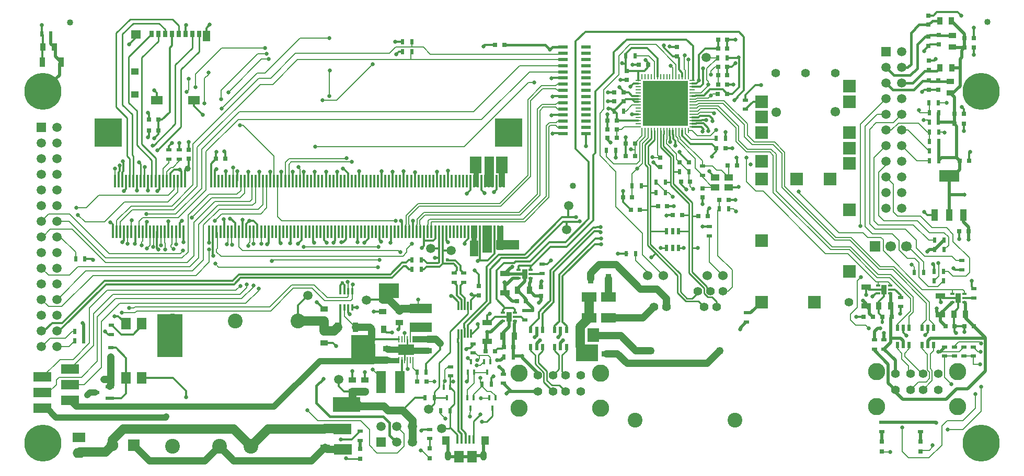
<source format=gtl>
G04 Layer_Physical_Order=1*
G04 Layer_Color=255*
%FSAX25Y25*%
%MOIN*%
G70*
G01*
G75*
%ADD10C,0.04000*%
%ADD11R,0.02953X0.01181*%
%ADD12R,0.03268X0.06496*%
%ADD13R,0.03543X0.05118*%
%ADD14R,0.05118X0.03543*%
%ADD15R,0.03150X0.03150*%
%ADD16R,0.03150X0.03150*%
%ADD17R,0.06299X0.03543*%
%ADD18R,0.17716X0.18110*%
%ADD19R,0.01378X0.07874*%
%ADD20R,0.06496X0.02362*%
%ADD21R,0.11811X0.05906*%
%ADD22R,0.14173X0.05906*%
%ADD23R,0.01575X0.03347*%
%ADD24R,0.02362X0.03543*%
%ADD25R,0.03543X0.02362*%
%ADD26C,0.05906*%
%ADD27R,0.00984X0.03937*%
%ADD28R,0.09843X0.06693*%
%ADD29R,0.03937X0.07284*%
%ADD30R,0.12598X0.07284*%
%ADD31R,0.01181X0.05315*%
%ADD32R,0.05512X0.04331*%
%ADD33R,0.00984X0.03740*%
%ADD34R,0.28740X0.28740*%
%ADD35R,0.03740X0.00984*%
%ADD36R,0.05906X0.14173*%
%ADD37R,0.03543X0.06299*%
%ADD38R,0.07480X0.05315*%
%ADD39R,0.04606X0.07087*%
%ADD40R,0.02953X0.04331*%
%ADD41R,0.06102X0.05315*%
%ADD42R,0.04724X0.03937*%
%ADD43R,0.06299X0.07284*%
%ADD44R,0.05512X0.02362*%
%ADD45R,0.01772X0.04331*%
%ADD46R,0.02362X0.03937*%
%ADD47R,0.09646X0.06102*%
%ADD48R,0.04724X0.05512*%
%ADD49R,0.06102X0.07480*%
%ADD50R,0.01575X0.05512*%
%ADD51C,0.01181*%
%ADD52C,0.01969*%
%ADD53C,0.00800*%
%ADD54C,0.00799*%
%ADD55C,0.01299*%
%ADD56C,0.00984*%
%ADD57C,0.01575*%
%ADD58C,0.05118*%
%ADD59C,0.04724*%
%ADD60C,0.05906*%
%ADD61C,0.01268*%
%ADD62C,0.00988*%
%ADD63C,0.01268*%
%ADD64C,0.03937*%
%ADD65C,0.01000*%
%ADD66R,0.13000X0.04000*%
%ADD67R,0.08250X0.03750*%
%ADD68R,0.14173X0.10630*%
%ADD69R,0.07382X0.09153*%
%ADD70R,0.11221X0.07087*%
%ADD71R,0.11713X0.06594*%
%ADD72R,0.14567X0.18799*%
%ADD73R,0.17520X0.09350*%
%ADD74R,0.13090X0.09252*%
%ADD75R,0.15945X0.27658*%
%ADD76R,0.03642X0.18898*%
%ADD77R,0.07579X0.10827*%
%ADD78R,0.05413X0.10236*%
%ADD79R,0.06299X0.19488*%
%ADD80R,0.06299X0.17815*%
%ADD81R,0.03839X0.19291*%
%ADD82R,0.07284X0.10925*%
%ADD83R,0.03839X0.15650*%
%ADD84R,0.14567X0.06398*%
%ADD85C,0.23622*%
%ADD86R,0.05906X0.05906*%
%ADD87R,0.05906X0.05906*%
%ADD88C,0.05512*%
%ADD89R,0.07874X0.07874*%
%ADD90C,0.06102*%
%ADD91C,0.04921*%
%ADD92C,0.09449*%
%ADD93C,0.05543*%
%ADD94C,0.06024*%
%ADD95R,0.07874X0.06299*%
%ADD96O,0.07874X0.06299*%
%ADD97R,0.07480X0.07480*%
%ADD98C,0.07480*%
%ADD99C,0.11024*%
%ADD100C,0.06693*%
%ADD101R,0.06693X0.06693*%
%ADD102O,0.03937X0.06299*%
%ADD103C,0.02500*%
%ADD104C,0.02362*%
%ADD105C,0.03937*%
%ADD106C,0.01969*%
D10*
X0617571Y0389898D02*
D03*
X0938240Y0285370D02*
D03*
X1202498Y0390045D02*
D03*
D11*
X0901291Y0199248D02*
D03*
Y0201807D02*
D03*
Y0204366D02*
D03*
X0893496Y0199248D02*
D03*
Y0201807D02*
D03*
Y0204366D02*
D03*
X0911331Y0226610D02*
D03*
Y0229169D02*
D03*
Y0231728D02*
D03*
X0903535Y0226610D02*
D03*
Y0229169D02*
D03*
Y0231728D02*
D03*
X1187906Y0211354D02*
D03*
Y0213913D02*
D03*
Y0216472D02*
D03*
X1180110Y0211354D02*
D03*
Y0213913D02*
D03*
Y0216472D02*
D03*
X1140563Y0216768D02*
D03*
Y0219327D02*
D03*
Y0221886D02*
D03*
X1132768Y0216768D02*
D03*
Y0219327D02*
D03*
Y0221886D02*
D03*
D12*
X0897394Y0201807D02*
D03*
X0907433Y0229169D02*
D03*
X1184008Y0213913D02*
D03*
X1136665Y0219327D02*
D03*
D13*
X0810008Y0193795D02*
D03*
X0817488D02*
D03*
X1179776Y0360862D02*
D03*
X1172295D02*
D03*
X1179677Y0390783D02*
D03*
X1172197D02*
D03*
X0607531Y0374150D02*
D03*
X0600051D02*
D03*
X0900937Y0189406D02*
D03*
X0893457D02*
D03*
X0910386Y0218736D02*
D03*
X0902905D02*
D03*
X1188634Y0203480D02*
D03*
X1181153D02*
D03*
X1140799Y0208697D02*
D03*
X1133319D02*
D03*
D14*
X0805498Y0154055D02*
D03*
Y0161535D02*
D03*
X0797498Y0154055D02*
D03*
Y0161535D02*
D03*
X0827498Y0205785D02*
D03*
Y0198305D02*
D03*
X0845998Y0187535D02*
D03*
Y0180055D02*
D03*
X0819498Y0174055D02*
D03*
Y0181535D02*
D03*
X0816998Y0212785D02*
D03*
Y0205305D02*
D03*
X0779498Y0199305D02*
D03*
Y0206785D02*
D03*
Y0192785D02*
D03*
Y0185305D02*
D03*
X1178890Y0344819D02*
D03*
Y0352299D02*
D03*
X1180169Y0374150D02*
D03*
Y0381630D02*
D03*
D15*
X0844951Y0160545D02*
D03*
X0839045D02*
D03*
X0716587Y0302791D02*
D03*
X0710681D02*
D03*
X1184697Y0256433D02*
D03*
X1190602D02*
D03*
X1190799Y0301512D02*
D03*
X1184894D02*
D03*
X0894441Y0375429D02*
D03*
X0888535D02*
D03*
X1007728Y0266866D02*
D03*
X1001823D02*
D03*
X1018161Y0266276D02*
D03*
X1024067D02*
D03*
X0980957Y0270311D02*
D03*
X0975051D02*
D03*
X0992472Y0272476D02*
D03*
X0998378D02*
D03*
X1031626Y0276551D02*
D03*
X1037531D02*
D03*
X1007126Y0288051D02*
D03*
X1013031D02*
D03*
X0970130Y0278087D02*
D03*
X0976035D02*
D03*
X0980376Y0362801D02*
D03*
X0986281D02*
D03*
X0964626Y0339551D02*
D03*
X0970531D02*
D03*
X0960376Y0327051D02*
D03*
X0966282D02*
D03*
X0971876Y0312551D02*
D03*
X0977781D02*
D03*
X0971876Y0304551D02*
D03*
X0977781D02*
D03*
X1036716Y0361551D02*
D03*
X1030811D02*
D03*
X1036665Y0350232D02*
D03*
X1030760D02*
D03*
X1036716Y0356051D02*
D03*
X1030811D02*
D03*
X1012282Y0300551D02*
D03*
X1006376D02*
D03*
X1042782Y0298551D02*
D03*
X1036876D02*
D03*
X1035484Y0309484D02*
D03*
X1029579D02*
D03*
X0960376Y0321551D02*
D03*
X0966282D02*
D03*
X1036716Y0373301D02*
D03*
X1030811D02*
D03*
X0964626Y0345051D02*
D03*
X0970531D02*
D03*
X1036716Y0378801D02*
D03*
X1030811D02*
D03*
X0894244Y0182516D02*
D03*
X0900150D02*
D03*
X1187421Y0331413D02*
D03*
X1181516D02*
D03*
X1193858Y0380018D02*
D03*
X1187953D02*
D03*
X1187421Y0325163D02*
D03*
X1181516D02*
D03*
X1193858Y0373768D02*
D03*
X1187953D02*
D03*
X1036567Y0344327D02*
D03*
X1030661D02*
D03*
X0960376Y0316051D02*
D03*
X0966282D02*
D03*
X0667965Y0320901D02*
D03*
X0673870D02*
D03*
X0667965Y0327890D02*
D03*
X0673870D02*
D03*
X0888535Y0179957D02*
D03*
X0882630D02*
D03*
X0908319Y0211748D02*
D03*
X0902413D02*
D03*
X1187945Y0196000D02*
D03*
X1193850D02*
D03*
X1181646D02*
D03*
X1175740D02*
D03*
X1123575Y0201807D02*
D03*
X1129480D02*
D03*
X1135583Y0201905D02*
D03*
X1141488D02*
D03*
D16*
X0693161Y0308598D02*
D03*
Y0302693D02*
D03*
X0972579Y0353098D02*
D03*
Y0359004D02*
D03*
X1004677Y0374051D02*
D03*
Y0368146D02*
D03*
X0993752Y0297575D02*
D03*
Y0303480D02*
D03*
X1020829Y0278098D02*
D03*
Y0284004D02*
D03*
X0878201Y0215685D02*
D03*
Y0221590D02*
D03*
X1165110Y0365390D02*
D03*
Y0359484D02*
D03*
X1165043Y0394338D02*
D03*
Y0388433D02*
D03*
X1171311Y0346787D02*
D03*
Y0352693D02*
D03*
X1171606Y0375921D02*
D03*
Y0381827D02*
D03*
X1165110Y0346787D02*
D03*
Y0352693D02*
D03*
X1165043Y0374933D02*
D03*
Y0380839D02*
D03*
X0802498Y0111146D02*
D03*
Y0117445D02*
D03*
X0846998Y0111396D02*
D03*
Y0117695D02*
D03*
X1135248Y0115896D02*
D03*
Y0122195D02*
D03*
X1159998Y0115896D02*
D03*
Y0122195D02*
D03*
X0917768Y0221000D02*
D03*
Y0215094D02*
D03*
D17*
X0780248Y0130648D02*
D03*
Y0118443D02*
D03*
X0883713Y0198264D02*
D03*
Y0186059D02*
D03*
X0894835Y0229465D02*
D03*
Y0217260D02*
D03*
X0959498Y0189754D02*
D03*
Y0178337D02*
D03*
X1172591Y0215291D02*
D03*
Y0203087D02*
D03*
X1125346Y0221000D02*
D03*
Y0208795D02*
D03*
D18*
X0641746Y0319648D02*
D03*
X0897258D02*
D03*
D19*
X0644896Y0256262D02*
D03*
X0647258D02*
D03*
X0649620D02*
D03*
X0651982D02*
D03*
X0654344D02*
D03*
X0656707D02*
D03*
X0659069D02*
D03*
X0661431D02*
D03*
X0663793D02*
D03*
X0666155D02*
D03*
X0668518D02*
D03*
X0670880D02*
D03*
X0673242D02*
D03*
X0675604D02*
D03*
X0677966D02*
D03*
X0680329D02*
D03*
X0682691D02*
D03*
X0685053D02*
D03*
X0687415D02*
D03*
X0689778D02*
D03*
X0646077Y0288545D02*
D03*
X0648439D02*
D03*
X0650801D02*
D03*
X0653163D02*
D03*
X0655526D02*
D03*
X0657888D02*
D03*
X0660250D02*
D03*
X0662612D02*
D03*
X0664974D02*
D03*
X0667337D02*
D03*
X0669699D02*
D03*
X0672061D02*
D03*
X0674423D02*
D03*
X0676785D02*
D03*
X0679148D02*
D03*
X0681510D02*
D03*
X0683872D02*
D03*
X0686234D02*
D03*
X0688596D02*
D03*
X0690959D02*
D03*
X0706313Y0256262D02*
D03*
X0708675D02*
D03*
X0711037D02*
D03*
X0713400D02*
D03*
X0715762D02*
D03*
X0718124D02*
D03*
X0720486D02*
D03*
X0722848D02*
D03*
X0725211D02*
D03*
X0727573D02*
D03*
X0729935D02*
D03*
X0732297D02*
D03*
X0734659D02*
D03*
X0737022D02*
D03*
X0739384D02*
D03*
X0741746D02*
D03*
X0744108D02*
D03*
X0746470D02*
D03*
X0748833D02*
D03*
X0751195D02*
D03*
X0753557D02*
D03*
X0755919D02*
D03*
X0758282D02*
D03*
X0760644D02*
D03*
X0763006D02*
D03*
X0765368D02*
D03*
X0767730D02*
D03*
X0770092D02*
D03*
X0772455D02*
D03*
X0774817D02*
D03*
X0777179D02*
D03*
X0779541D02*
D03*
X0781904D02*
D03*
X0784266D02*
D03*
X0786628D02*
D03*
X0788990D02*
D03*
X0791352D02*
D03*
X0793715D02*
D03*
X0796077D02*
D03*
X0798439D02*
D03*
X0800801D02*
D03*
X0803163D02*
D03*
X0805526D02*
D03*
X0807888D02*
D03*
X0810250D02*
D03*
X0812612D02*
D03*
X0814974D02*
D03*
X0817337D02*
D03*
X0819699D02*
D03*
X0822061D02*
D03*
X0824423D02*
D03*
X0826785D02*
D03*
X0829148D02*
D03*
X0836234D02*
D03*
X0838596D02*
D03*
X0840959D02*
D03*
X0843321D02*
D03*
X0850408D02*
D03*
X0857494D02*
D03*
X0859856D02*
D03*
X0862218D02*
D03*
X0864581D02*
D03*
X0866943D02*
D03*
X0869305D02*
D03*
X0871667D02*
D03*
X0874030D02*
D03*
X0876392D02*
D03*
X0878754D02*
D03*
X0881116D02*
D03*
X0883478D02*
D03*
X0885841D02*
D03*
X0888203D02*
D03*
X0890565D02*
D03*
X0892927D02*
D03*
X0707494Y0288545D02*
D03*
X0709856D02*
D03*
X0712219D02*
D03*
X0714581D02*
D03*
X0716943D02*
D03*
X0719305D02*
D03*
X0721667D02*
D03*
X0724029D02*
D03*
X0726392D02*
D03*
X0728754D02*
D03*
X0731116D02*
D03*
X0733478D02*
D03*
X0735841D02*
D03*
X0738203D02*
D03*
X0740565D02*
D03*
X0742927D02*
D03*
X0745289D02*
D03*
X0747651D02*
D03*
X0750014D02*
D03*
X0752376D02*
D03*
X0754738D02*
D03*
X0757100D02*
D03*
X0759463D02*
D03*
X0761825D02*
D03*
X0764187D02*
D03*
X0766549D02*
D03*
X0768911D02*
D03*
X0771274D02*
D03*
X0773636D02*
D03*
X0775998D02*
D03*
X0778360D02*
D03*
X0780722D02*
D03*
X0783085D02*
D03*
X0785447D02*
D03*
X0787809D02*
D03*
X0790171D02*
D03*
X0792533D02*
D03*
X0794896D02*
D03*
X0797258D02*
D03*
X0799620D02*
D03*
X0801982D02*
D03*
X0804344D02*
D03*
X0806707D02*
D03*
X0809069D02*
D03*
X0811431D02*
D03*
X0813793D02*
D03*
X0816156D02*
D03*
X0818518D02*
D03*
X0820880D02*
D03*
X0823242D02*
D03*
X0825604D02*
D03*
X0827966D02*
D03*
X0830329D02*
D03*
X0832691D02*
D03*
X0835053D02*
D03*
X0837415D02*
D03*
X0839777D02*
D03*
X0842140D02*
D03*
X0844502D02*
D03*
X0846864D02*
D03*
X0849226D02*
D03*
X0851589D02*
D03*
X0853951D02*
D03*
X0856313D02*
D03*
X0858675D02*
D03*
X0861037D02*
D03*
X0863400D02*
D03*
X0865762D02*
D03*
X0868124D02*
D03*
X0870486D02*
D03*
X0872848D02*
D03*
X0875211D02*
D03*
X0877573D02*
D03*
X0879935D02*
D03*
X0882297D02*
D03*
X0884659D02*
D03*
X0887022D02*
D03*
X0889384D02*
D03*
X0891746D02*
D03*
X0894108D02*
D03*
X0855132Y0256262D02*
D03*
X0852770D02*
D03*
X0848045D02*
D03*
X0845683D02*
D03*
X0833872D02*
D03*
X0831510D02*
D03*
D20*
X0932039Y0350429D02*
D03*
Y0346492D02*
D03*
Y0318933D02*
D03*
Y0330744D02*
D03*
Y0334681D02*
D03*
Y0338618D02*
D03*
Y0342555D02*
D03*
Y0354366D02*
D03*
Y0358303D02*
D03*
Y0362240D02*
D03*
Y0366177D02*
D03*
Y0370114D02*
D03*
Y0374051D02*
D03*
X0946705D02*
D03*
Y0370114D02*
D03*
Y0366177D02*
D03*
Y0362240D02*
D03*
Y0358303D02*
D03*
Y0354366D02*
D03*
Y0350429D02*
D03*
Y0346492D02*
D03*
Y0342555D02*
D03*
Y0338618D02*
D03*
Y0334681D02*
D03*
Y0330744D02*
D03*
Y0326807D02*
D03*
Y0322870D02*
D03*
Y0318933D02*
D03*
X0932039Y0326807D02*
D03*
Y0322870D02*
D03*
D21*
X0617669Y0148401D02*
D03*
X0599953Y0163401D02*
D03*
Y0153402D02*
D03*
Y0143402D02*
D03*
X0617669Y0168402D02*
D03*
Y0158402D02*
D03*
D22*
X0841248Y0195041D02*
D03*
Y0207049D02*
D03*
D23*
X0871114Y0166374D02*
D03*
X0875051D02*
D03*
X0873083Y0173067D02*
D03*
X0885484Y0173165D02*
D03*
X0881547D02*
D03*
X0883516Y0166472D02*
D03*
X0859717Y0156892D02*
D03*
X0855779D02*
D03*
X0857748Y0150199D02*
D03*
X0888966Y0150142D02*
D03*
X0885030D02*
D03*
X0886998Y0143449D02*
D03*
X0874854Y0150134D02*
D03*
X0870917D02*
D03*
X0872886Y0143441D02*
D03*
D24*
X0838795Y0166545D02*
D03*
X0844701D02*
D03*
X0835482Y0371069D02*
D03*
X0829577D02*
D03*
X0835530Y0377569D02*
D03*
X0829624D02*
D03*
X0841390Y0238224D02*
D03*
X0835484D02*
D03*
X0841403Y0232189D02*
D03*
X0835498D02*
D03*
X1155858Y0230252D02*
D03*
X1161764D02*
D03*
X0621114Y0238913D02*
D03*
X0627020D02*
D03*
X0626331Y0192555D02*
D03*
X0620425D02*
D03*
X0620425Y0186551D02*
D03*
X0626331D02*
D03*
X0991193Y0287831D02*
D03*
X0997098D02*
D03*
X1012282Y0294551D02*
D03*
X1006376D02*
D03*
X0975937Y0285469D02*
D03*
X0981843D02*
D03*
X0997098Y0281335D02*
D03*
X0991193D02*
D03*
X1037531Y0270801D02*
D03*
X1031626D02*
D03*
X0970579Y0333301D02*
D03*
X0964673D02*
D03*
X0972197Y0242063D02*
D03*
X0978102D02*
D03*
X0959626Y0308051D02*
D03*
X0965532D02*
D03*
X0977781Y0368551D02*
D03*
X0971876D02*
D03*
X1035484Y0315882D02*
D03*
X1029579D02*
D03*
X1030561Y0367301D02*
D03*
X1036467D02*
D03*
X0844045Y0150045D02*
D03*
X0849951D02*
D03*
X0854045Y0141795D02*
D03*
X0859951D02*
D03*
X0599461Y0382417D02*
D03*
X0605366D02*
D03*
X1165504Y0313815D02*
D03*
X1171409D02*
D03*
X1165492Y0319837D02*
D03*
X1171398D02*
D03*
X1165307Y0338618D02*
D03*
X1171213D02*
D03*
X1165492Y0332337D02*
D03*
X1171398D02*
D03*
X1174547Y0224892D02*
D03*
X1168642D02*
D03*
X1168642Y0230892D02*
D03*
X1174547D02*
D03*
X1165405Y0326118D02*
D03*
X1171311D02*
D03*
X1174854Y0244720D02*
D03*
X1168949D02*
D03*
X1168850Y0250724D02*
D03*
X1174756D02*
D03*
X1165492Y0307693D02*
D03*
X1171398D02*
D03*
X1165492Y0301587D02*
D03*
X1171398D02*
D03*
X0880366Y0158795D02*
D03*
X0886272D02*
D03*
X0894244Y0176118D02*
D03*
X0900150D02*
D03*
D25*
X0687207Y0308506D02*
D03*
Y0302600D02*
D03*
X0680419Y0308506D02*
D03*
Y0302600D02*
D03*
X0802498Y0122843D02*
D03*
Y0128748D02*
D03*
X0846998Y0124045D02*
D03*
Y0129951D02*
D03*
X0860248Y0169998D02*
D03*
Y0164093D02*
D03*
X0874658Y0178776D02*
D03*
Y0184681D02*
D03*
X1136665Y0187240D02*
D03*
Y0181335D02*
D03*
X0868555Y0229760D02*
D03*
Y0223854D02*
D03*
X0862453Y0229760D02*
D03*
Y0223854D02*
D03*
X1025051Y0259386D02*
D03*
Y0253480D02*
D03*
X1020829Y0292348D02*
D03*
Y0298254D02*
D03*
X1135248Y0134498D02*
D03*
Y0128593D02*
D03*
X1159998Y0134498D02*
D03*
Y0128593D02*
D03*
X1175346Y0176709D02*
D03*
Y0182614D02*
D03*
X1187551Y0176709D02*
D03*
Y0182614D02*
D03*
X1181449Y0176709D02*
D03*
Y0182614D02*
D03*
X1193653Y0176709D02*
D03*
Y0182614D02*
D03*
X1048969Y0198559D02*
D03*
Y0204465D02*
D03*
X1048378Y0334386D02*
D03*
Y0340291D02*
D03*
X0643850Y0196394D02*
D03*
Y0190488D02*
D03*
X0643653Y0176118D02*
D03*
Y0182024D02*
D03*
X0893752Y0165291D02*
D03*
Y0159386D02*
D03*
X0907433Y0205842D02*
D03*
Y0199937D02*
D03*
X0918653Y0235567D02*
D03*
Y0229661D02*
D03*
X1193850Y0219720D02*
D03*
Y0213815D02*
D03*
X1186075Y0231827D02*
D03*
Y0237732D02*
D03*
X1147098Y0208401D02*
D03*
Y0214307D02*
D03*
X1130563Y0187240D02*
D03*
Y0181335D02*
D03*
D26*
X0788831Y0161945D02*
D03*
X0806646Y0212535D02*
D03*
X0847591Y0245606D02*
D03*
X0860386Y0244130D02*
D03*
X0769146Y0215587D02*
D03*
X0935681Y0272772D02*
D03*
X0934106Y0257614D02*
D03*
X1023279Y0367555D02*
D03*
X0854677Y0130646D02*
D03*
X0846114Y0142850D02*
D03*
X1147886Y0271118D02*
D03*
X1137886D02*
D03*
X1147886Y0281118D02*
D03*
X1137886D02*
D03*
X1147886Y0291118D02*
D03*
X1137886D02*
D03*
X1147886Y0301118D02*
D03*
X1137886D02*
D03*
X1147886Y0311118D02*
D03*
X1137886D02*
D03*
X1147886Y0321118D02*
D03*
X1137886D02*
D03*
X1147886Y0331118D02*
D03*
X1137886D02*
D03*
X1147886Y0341118D02*
D03*
X1137886D02*
D03*
X1147886Y0351118D02*
D03*
X1137886D02*
D03*
X1147886Y0361118D02*
D03*
X1137886D02*
D03*
X1147886Y0371118D02*
D03*
X0815748Y0131795D02*
D03*
X0825748Y0121795D02*
D03*
Y0131795D02*
D03*
X0835748Y0121795D02*
D03*
Y0131795D02*
D03*
X0609264Y0322988D02*
D03*
X0599264Y0312988D02*
D03*
X0609264D02*
D03*
X0599264Y0302988D02*
D03*
X0609264D02*
D03*
X0599264Y0292988D02*
D03*
X0609264D02*
D03*
X0599264Y0282988D02*
D03*
X0609264D02*
D03*
X0599264Y0272988D02*
D03*
X0609264D02*
D03*
X0599264Y0262988D02*
D03*
X0609264D02*
D03*
X0599264Y0252988D02*
D03*
X0609264D02*
D03*
X0599264Y0242988D02*
D03*
X0609264D02*
D03*
X0599264Y0232988D02*
D03*
X0609264D02*
D03*
X0599264Y0222988D02*
D03*
X0609264D02*
D03*
X0599264Y0212988D02*
D03*
X0609264D02*
D03*
X0599264Y0202988D02*
D03*
X0609264D02*
D03*
X0599264Y0192988D02*
D03*
X0609264D02*
D03*
X0599264Y0182988D02*
D03*
X0609264D02*
D03*
D27*
X0836177Y0187488D02*
D03*
X0834406D02*
D03*
X0832634D02*
D03*
X0830862D02*
D03*
X0827319D02*
D03*
Y0174102D02*
D03*
X0829090Y0187488D02*
D03*
Y0174102D02*
D03*
X0830862D02*
D03*
X0832634D02*
D03*
X0834406D02*
D03*
X0836177D02*
D03*
D28*
X0831748Y0180795D02*
D03*
D29*
X1169047Y0266965D02*
D03*
X1178102D02*
D03*
X1187158D02*
D03*
D30*
X1178102Y0291965D02*
D03*
D31*
X0867177Y0191276D02*
D03*
X0873083Y0208795D02*
D03*
X0871114D02*
D03*
X0865209D02*
D03*
X0873083Y0191276D02*
D03*
X0871114D02*
D03*
X0869146D02*
D03*
Y0208795D02*
D03*
X0867177D02*
D03*
X0865209Y0191276D02*
D03*
D32*
X1028748Y0284651D02*
D03*
X1037409Y0290951D02*
D03*
Y0284651D02*
D03*
X1028748Y0290951D02*
D03*
D33*
X1000031Y0320827D02*
D03*
X1002000D02*
D03*
X1011843D02*
D03*
X1009874D02*
D03*
X1007905D02*
D03*
X1005937D02*
D03*
X1003969D02*
D03*
X0998063D02*
D03*
X0996094D02*
D03*
X0994126D02*
D03*
X0992157D02*
D03*
X0990189D02*
D03*
X0988220D02*
D03*
X0986252D02*
D03*
X0984283D02*
D03*
X0982315D02*
D03*
Y0355276D02*
D03*
X0984283D02*
D03*
X0986252D02*
D03*
X0988220D02*
D03*
X0990189D02*
D03*
X0992157D02*
D03*
X0994126D02*
D03*
X0996094D02*
D03*
X0998063D02*
D03*
X1000031D02*
D03*
X1002000D02*
D03*
X1003969D02*
D03*
X1005937D02*
D03*
X1007905D02*
D03*
X1009874D02*
D03*
X1011843D02*
D03*
D34*
X0997079Y0338051D02*
D03*
D35*
X0979854Y0323287D02*
D03*
Y0325256D02*
D03*
Y0327224D02*
D03*
Y0329193D02*
D03*
Y0331161D02*
D03*
Y0333130D02*
D03*
Y0335098D02*
D03*
Y0337067D02*
D03*
Y0339035D02*
D03*
Y0341004D02*
D03*
Y0342972D02*
D03*
Y0344941D02*
D03*
Y0346909D02*
D03*
Y0348878D02*
D03*
Y0350846D02*
D03*
Y0352815D02*
D03*
X1014303D02*
D03*
Y0350846D02*
D03*
Y0348878D02*
D03*
Y0346909D02*
D03*
Y0344941D02*
D03*
Y0342972D02*
D03*
Y0341004D02*
D03*
Y0339035D02*
D03*
Y0337067D02*
D03*
Y0335098D02*
D03*
Y0333130D02*
D03*
Y0331161D02*
D03*
Y0329193D02*
D03*
Y0327224D02*
D03*
Y0325256D02*
D03*
Y0323287D02*
D03*
D36*
X0828002Y0160045D02*
D03*
X0815994D02*
D03*
D37*
X0611961Y0364602D02*
D03*
X0599756D02*
D03*
X0799707Y0195045D02*
D03*
X0788289D02*
D03*
X0960957Y0226295D02*
D03*
X0949539D02*
D03*
D38*
X0696606Y0340291D02*
D03*
X0672984D02*
D03*
D39*
X0704480Y0381236D02*
D03*
D40*
X0699756Y0382417D02*
D03*
X0695425D02*
D03*
X0691094D02*
D03*
X0686764D02*
D03*
X0682433D02*
D03*
X0678102D02*
D03*
X0673772D02*
D03*
X0669441D02*
D03*
D41*
X0659598Y0382024D02*
D03*
D42*
X0658811Y0358401D02*
D03*
Y0343835D02*
D03*
D43*
X0663319Y0197673D02*
D03*
X0653319D02*
D03*
X0663319Y0162831D02*
D03*
X0653319D02*
D03*
D44*
X0633516Y0153579D02*
D03*
X0642965Y0157319D02*
D03*
Y0149838D02*
D03*
D45*
X0789909Y0207927D02*
D03*
X0792469D02*
D03*
X0795027D02*
D03*
X0797587D02*
D03*
Y0218163D02*
D03*
X0795027D02*
D03*
X0792469D02*
D03*
X0789909D02*
D03*
D46*
X0915110Y0193441D02*
D03*
Y0182614D02*
D03*
X0918850D02*
D03*
X0911370D02*
D03*
X0918850Y0193441D02*
D03*
X0911370D02*
D03*
X0930366D02*
D03*
X0926626Y0182614D02*
D03*
X0930366D02*
D03*
X0934106D02*
D03*
Y0193441D02*
D03*
X0926626D02*
D03*
X1005464Y0256630D02*
D03*
X1001724D02*
D03*
X0997984D02*
D03*
Y0245803D02*
D03*
X1001724D02*
D03*
X1005464D02*
D03*
X1168260Y0194720D02*
D03*
X1164520D02*
D03*
X1160779D02*
D03*
Y0183894D02*
D03*
X1164520D02*
D03*
X1168260D02*
D03*
X1152610Y0194720D02*
D03*
X1148870D02*
D03*
X1145130D02*
D03*
Y0183894D02*
D03*
X1148870D02*
D03*
X1152610D02*
D03*
D47*
X0960949Y0214545D02*
D03*
X0948547D02*
D03*
X0960949Y0201295D02*
D03*
X0948547D02*
D03*
D48*
X0857150Y0122770D02*
D03*
X0882346D02*
D03*
D49*
X0865713Y0112435D02*
D03*
X0873783D02*
D03*
D50*
X0864630Y0123655D02*
D03*
X0872307D02*
D03*
X0874866D02*
D03*
X0869748D02*
D03*
X0867189D02*
D03*
D51*
X1048378Y0340291D02*
Y0343638D01*
X1054677Y0349937D02*
X1058220D01*
X1048378Y0343638D02*
X1054677Y0349937D01*
X1048378Y0334386D02*
X1053166Y0339174D01*
X1058504D01*
X1036716Y0356051D02*
Y0361551D01*
X0631547Y0238913D02*
X0632335Y0238126D01*
X0627020Y0238913D02*
X0631547D01*
X0789909Y0221980D02*
X0791291Y0223362D01*
X0792469Y0222185D01*
X0789909Y0218163D02*
Y0221980D01*
X0687207Y0312683D02*
X0687354Y0312831D01*
X0687207Y0308506D02*
Y0312683D01*
X1036716Y0373301D02*
Y0378801D01*
Y0378801D02*
X1041856D01*
X1041882Y0378776D01*
X0881055Y0374543D02*
X0881941Y0375429D01*
X0888535D01*
X0924559Y0354268D02*
X0924657Y0354366D01*
X0932039D01*
X0853498Y0180795D02*
Y0184795D01*
X0844701Y0171998D02*
X0853498Y0180795D01*
X0844701Y0166545D02*
Y0171998D01*
X0829498Y0142045D02*
X0837498Y0150045D01*
X0844045D01*
X0829090Y0161134D02*
Y0174102D01*
X0810008Y0187295D02*
X0810201Y0187488D01*
X0827319D01*
X0788289Y0195045D02*
X0789909Y0196665D01*
Y0207927D01*
X0872774Y0181912D02*
X0874658Y0183795D01*
Y0184681D01*
X0870228Y0181335D02*
X0870806Y0181912D01*
X0872774D01*
X0893496Y0201807D02*
X0897394D01*
X0883713Y0198264D02*
X0884992D01*
X0888535Y0201807D01*
X0893496D01*
X0888535Y0179957D02*
X0890110Y0181532D01*
X0893260D01*
X0894244Y0182516D01*
X0907236Y0199937D02*
X0907433D01*
X0905366Y0201807D02*
X0907236Y0199937D01*
X0901291Y0201807D02*
X0905366D01*
X0911331Y0229169D02*
X0918161D01*
X0918653Y0229661D01*
X0998378Y0272476D02*
X1002610D01*
X1002709Y0272575D01*
X0997984Y0266866D02*
X1001823D01*
X0997787Y0266669D02*
X0997984Y0266866D01*
X1020829Y0273864D02*
Y0278098D01*
Y0273864D02*
X1020839Y0273854D01*
X1043850Y0284819D02*
X1044018Y0284651D01*
X1037409D02*
X1044018D01*
X1025248Y0294451D02*
X1028748Y0290951D01*
X1025248Y0294451D02*
Y0294819D01*
X1147098Y0214307D02*
Y0215783D01*
X1143555Y0219327D02*
X1147098Y0215783D01*
X1140563Y0219327D02*
X1143555D01*
X1127020D02*
X1132768D01*
X1125346Y0221000D02*
X1127020Y0219327D01*
X1132768D02*
X1136665D01*
X1125346Y0215587D02*
Y0221000D01*
X1118949Y0201807D02*
X1123575D01*
X1118850Y0201709D02*
X1118949Y0201807D01*
X1133319Y0204169D02*
X1135583Y0201905D01*
X1133319Y0204169D02*
Y0208697D01*
Y0211650D01*
X1136665Y0214996D01*
Y0219327D01*
X1135583Y0197968D02*
Y0201905D01*
X1187906Y0213913D02*
X1190799D01*
X1173969D02*
X1180110D01*
X1172591Y0215291D02*
X1173969Y0213913D01*
X1172591Y0211551D02*
Y0215291D01*
Y0211551D02*
X1172886Y0211256D01*
X1181153Y0196492D02*
Y0203480D01*
Y0196492D02*
X1181646Y0196000D01*
X1187945D01*
X1181153Y0203480D02*
Y0204563D01*
X1184008Y0207417D01*
Y0213913D01*
X1180110D02*
X1184008D01*
X1007905Y0317560D02*
Y0320827D01*
X1035484Y0315882D02*
Y0319917D01*
X1035484Y0319917D01*
X1039717Y0309583D02*
X1039717Y0309583D01*
X1035681Y0309583D02*
X1039717D01*
X1014303Y0342972D02*
X1016281D01*
X1016567Y0343258D01*
X1033801Y0347092D02*
X1036567Y0344327D01*
X1040701Y0350232D02*
X1040701Y0350232D01*
X1036665Y0350232D02*
X1040701D01*
X1036567Y0344327D02*
X1040012D01*
X1036467Y0367301D02*
X1043022D01*
X0992157Y0355276D02*
Y0366984D01*
X0985681Y0373461D02*
X0992157Y0366984D01*
X0975445Y0373461D02*
X0985681D01*
X0971876Y0369892D02*
X0975445Y0373461D01*
X0971876Y0368551D02*
Y0369892D01*
Y0359707D02*
X0972579Y0359004D01*
X0983921D02*
X0986281Y0361364D01*
Y0362801D01*
Y0364100D01*
X0984402Y0365980D02*
X0986281Y0364100D01*
X0976203Y0362801D02*
X0980376D01*
X0968543Y0353098D02*
X0968543Y0353098D01*
X0972579D01*
X0979854Y0352815D02*
Y0358531D01*
X0979382Y0359004D02*
X0979854Y0358531D01*
X0972579Y0359004D02*
X0979382D01*
X0983921D01*
X0970531Y0339551D02*
X0971984Y0341004D01*
X0977709Y0339035D02*
X0979854D01*
X0975740Y0341004D02*
X0977709Y0339035D01*
X0971984Y0341004D02*
X0975740D01*
X0979854D01*
X0960590Y0339551D02*
X0960590Y0339551D01*
X0964626D01*
X0960590Y0345051D02*
X0964626D01*
X0976012Y0342972D02*
X0979854D01*
X0973933Y0345051D02*
X0976012Y0342972D01*
X0970531Y0345051D02*
X0973933D01*
X0964673Y0333301D02*
Y0333693D01*
X0970531Y0339551D01*
X0975819Y0331161D02*
X0975819Y0331161D01*
X0979854D01*
X0966282Y0327051D02*
X0966455Y0327224D01*
X0979854D01*
X0971876Y0316587D02*
X0971876Y0316587D01*
X0971876Y0312551D02*
Y0316587D01*
Y0304551D02*
Y0312551D01*
X1007126Y0286563D02*
Y0288051D01*
Y0286563D02*
X1010583Y0283106D01*
X1006646Y0306187D02*
X1012282Y0300551D01*
X1006646Y0306187D02*
Y0306827D01*
X1006252Y0307220D02*
X1006646Y0306827D01*
X0992571Y0297575D02*
X0993752D01*
X0989618Y0300528D02*
X0992571Y0297575D01*
X0970130Y0282122D02*
X0970130Y0282122D01*
X0970130Y0278087D02*
Y0282122D01*
Y0275232D02*
X0975051Y0270311D01*
X0970130Y0275232D02*
Y0278087D01*
X1041766Y0276551D02*
X1041776Y0276561D01*
X1037531Y0276551D02*
X1041766D01*
X1020807Y0259376D02*
X1020817Y0259386D01*
X1025051D01*
X0960590Y0345051D02*
X0960590Y0345051D01*
X0966783Y0242260D02*
X0972886D01*
X0960376Y0321551D02*
Y0327051D01*
X0960376Y0327051D01*
Y0331087D01*
X0960376Y0331087D01*
X1030811Y0373301D02*
Y0378801D01*
X0707494Y0288545D02*
Y0299604D01*
X0710681Y0302791D01*
X0716587D02*
Y0307024D01*
X0715996Y0307614D02*
X0716587Y0307024D01*
X0693161Y0297575D02*
Y0302594D01*
Y0308598D02*
Y0313421D01*
X0693063Y0313520D02*
X0693161Y0313421D01*
X0680419Y0308506D02*
Y0310718D01*
X0682531Y0312831D01*
X0689778Y0249482D02*
Y0256262D01*
X0706313Y0249408D02*
Y0256262D01*
X0706153Y0249248D02*
X0706313Y0249408D01*
X0925150Y0342752D02*
X0932532D01*
X0924559Y0330744D02*
X0931941D01*
X0925346Y0319031D02*
X0932728D01*
X0946606Y0311059D02*
Y0318441D01*
X1184697Y0251413D02*
Y0256433D01*
X1164126Y0266965D02*
X1169047D01*
X1162158Y0268933D02*
X1164126Y0266965D01*
X1165110Y0346787D02*
X1171311D01*
X1162158D02*
X1165110D01*
X1160779Y0345409D02*
X1162158Y0346787D01*
X1165110Y0365390D02*
X1168850D01*
Y0365882D01*
X1169441Y0366472D01*
X1162059Y0371949D02*
X1165043Y0374933D01*
X1162059Y0371492D02*
Y0371949D01*
X1166031Y0375921D02*
X1171606D01*
X1165043Y0374933D02*
X1166031Y0375921D01*
X1193858Y0380018D02*
Y0386346D01*
X1193752Y0386453D02*
X1193858Y0386346D01*
Y0369220D02*
Y0373768D01*
Y0369220D02*
X1194047Y0369032D01*
X1187421Y0331413D02*
Y0334516D01*
X1186075Y0335862D02*
X1187421Y0334516D01*
Y0320736D02*
Y0325163D01*
Y0320736D02*
X1187650Y0320508D01*
X1181843Y0231827D02*
X1186075D01*
X1180760Y0232909D02*
X1181843Y0231827D01*
X0827089Y0371069D02*
X0829577D01*
X0825445Y0369425D02*
X0827089Y0371069D01*
X0824978Y0377569D02*
X0829624D01*
X0824953Y0377594D02*
X0824978Y0377569D01*
X0792469Y0218163D02*
Y0222185D01*
X1148870Y0191964D02*
Y0194720D01*
Y0191964D02*
X1151035Y0189799D01*
X1164520Y0191866D02*
Y0194720D01*
X1162846Y0190193D02*
X1164520Y0191866D01*
X1007905Y0355276D02*
Y0357634D01*
X1005760Y0359780D02*
X1007905Y0357634D01*
X1005760Y0359780D02*
Y0367173D01*
X1005610Y0367323D02*
X1005760Y0367173D01*
X1000445Y0374051D02*
X1004677D01*
X0999953Y0374543D02*
X1000445Y0374051D01*
X1192472Y0221098D02*
Y0224740D01*
Y0221098D02*
X1193850Y0219720D01*
X1190799Y0213913D02*
X1190898Y0213815D01*
X1193850D01*
X1165043Y0394338D02*
X1168075D01*
X1170228Y0396492D01*
X1183417D01*
X1185878Y0394032D01*
X1026823Y0312240D02*
X1029579Y0309484D01*
X1007905Y0317560D02*
X1013226Y0312240D01*
X1026823D01*
X1042782Y0298551D02*
Y0303368D01*
X1042571Y0303579D02*
X1042782Y0303368D01*
X1016567Y0343258D02*
X1021817D01*
X1025651Y0347092D01*
X1033801D01*
X1014303Y0350846D02*
X1017004D01*
X0976748D02*
X0979854D01*
X0974854Y0348953D02*
X0976748Y0350846D01*
X1182138Y0191571D02*
X1182433D01*
X1181646Y0192063D02*
Y0196000D01*
Y0192063D02*
X1182138Y0191571D01*
X1187748Y0191472D02*
Y0192063D01*
X1187945D02*
Y0196000D01*
Y0192063D02*
X1188338D01*
X1187748Y0191472D02*
X1188338Y0192063D01*
X0806896Y0212785D02*
X0816998D01*
X0806646Y0212535D02*
X0806896Y0212785D01*
X1125346Y0215587D02*
X1125372Y0215612D01*
Y0215788D01*
X0727573Y0256262D02*
Y0263679D01*
X0727709Y0263815D01*
X0653102Y0197457D02*
X0653319Y0197673D01*
X0648358Y0202201D02*
X0653102Y0197457D01*
X0645917Y0202201D02*
X0648358D01*
X0663319Y0196177D02*
Y0197673D01*
X0657728Y0190587D02*
X0663319Y0196177D01*
X0650150Y0190587D02*
X0657728D01*
X0644343Y0196394D02*
X0650150Y0190587D01*
X0643850Y0196394D02*
X0644343D01*
X0641980Y0190488D02*
X0643850D01*
X0640012Y0192457D02*
X0641980Y0190488D01*
X0653319Y0162831D02*
Y0175449D01*
X0646744Y0182024D02*
X0653319Y0175449D01*
X0643653Y0182024D02*
X0646744D01*
X0663319Y0162831D02*
X0683319D01*
X0691685Y0154464D01*
Y0150429D02*
Y0154464D01*
X0689323Y0129563D02*
Y0129661D01*
X0642965Y0149838D02*
X0650346D01*
X0653319Y0152811D01*
Y0162831D01*
X0648439Y0288545D02*
Y0294092D01*
X0649165Y0294819D01*
Y0298559D01*
X0650801Y0288545D02*
Y0294191D01*
X0651626Y0295016D01*
Y0300823D01*
X0651232Y0301217D02*
X0651626Y0300823D01*
X0667965Y0327890D02*
Y0331433D01*
X0667177Y0332220D02*
X0667965Y0331433D01*
Y0317063D02*
Y0320901D01*
X0667374Y0316472D02*
X0667965Y0317063D01*
X0673870Y0320901D02*
Y0327890D01*
X0676331D01*
X0681055Y0332614D01*
Y0373657D01*
X0682433Y0375035D01*
Y0382417D01*
X0673870Y0318638D02*
Y0320901D01*
X0671213Y0315980D02*
X0673870Y0318638D01*
X0653163Y0283561D02*
Y0288545D01*
X0651823Y0282220D02*
X0653163Y0283561D01*
X0660250Y0282577D02*
Y0288545D01*
X0667337Y0282443D02*
Y0288545D01*
X0674423Y0283069D02*
Y0288545D01*
X0673378Y0282024D02*
X0674423Y0283069D01*
X0681510Y0288545D02*
Y0293404D01*
X0683811Y0295705D01*
X0688596Y0288545D02*
Y0294758D01*
X0709856Y0288545D02*
Y0295372D01*
X0710779Y0296295D01*
X0724067Y0288913D02*
Y0295016D01*
X0716882Y0288815D02*
Y0294917D01*
X0731116Y0288545D02*
Y0294648D01*
X0738203Y0288545D02*
Y0294648D01*
X0745289Y0288545D02*
Y0294648D01*
X0752376Y0288545D02*
Y0294648D01*
X0759463Y0288545D02*
Y0294648D01*
X0766549Y0288545D02*
Y0294648D01*
X0773636Y0288545D02*
Y0294648D01*
X0780722Y0288545D02*
Y0294648D01*
X0787809Y0288545D02*
Y0294648D01*
X0794896Y0288545D02*
Y0293380D01*
X0791783Y0296492D02*
X0794896Y0293380D01*
X0791390Y0296492D02*
X0791783D01*
X0802020Y0288717D02*
Y0294819D01*
X0816193Y0288717D02*
Y0294819D01*
X0823181Y0288323D02*
Y0294425D01*
X0830366Y0288618D02*
Y0294720D01*
X0837453Y0288126D02*
Y0294228D01*
X0851626Y0288421D02*
Y0294524D01*
X0858713Y0289110D02*
Y0295213D01*
X0872848Y0282774D02*
Y0288545D01*
X0870524Y0280449D02*
X0872848Y0282774D01*
X0879935Y0282848D02*
Y0288545D01*
Y0282848D02*
X0882039Y0280744D01*
X0889384Y0283069D02*
Y0288545D01*
X0887748Y0281433D02*
X0889384Y0283069D01*
X0888203Y0242124D02*
Y0256262D01*
X0884008Y0237929D02*
X0888203Y0242124D01*
X0878004Y0237929D02*
X0884008D01*
X0878754Y0256262D02*
X0878998Y0256018D01*
Y0238923D02*
Y0256018D01*
X0877512Y0237437D02*
X0878004Y0237929D01*
X0878998Y0238923D01*
X0871667Y0251770D02*
Y0256262D01*
X0869343Y0249445D02*
X0871667Y0251770D01*
X0869343Y0248559D02*
Y0249445D01*
X0857494Y0250565D02*
Y0256262D01*
Y0250565D02*
X0858417Y0249642D01*
X0850408Y0251868D02*
Y0256262D01*
X0849067Y0250528D02*
X0850408Y0251868D01*
X0843949Y0250528D02*
X0849067D01*
X0843321Y0251155D02*
X0843949Y0250528D01*
X0843321Y0251155D02*
Y0256262D01*
Y0247242D02*
Y0251155D01*
X0841980Y0245901D02*
X0843321Y0247242D01*
X0836234Y0256262D02*
Y0263163D01*
X0836173Y0263224D02*
X0836234Y0263163D01*
X0829148Y0256262D02*
Y0262573D01*
X0828693Y0263028D02*
X0829148Y0262573D01*
X0821939Y0249112D02*
X0822061D01*
Y0256262D01*
X0814974Y0250762D02*
Y0256262D01*
Y0250762D02*
X0815898Y0249838D01*
X0807888Y0251868D02*
Y0256262D01*
X0805366Y0249346D02*
X0807888Y0251868D01*
X0800801Y0249778D02*
Y0256262D01*
Y0249778D02*
X0801035Y0249543D01*
X0793715Y0251376D02*
Y0256262D01*
X0791783Y0249445D02*
X0793715Y0251376D01*
X0790504Y0249445D02*
X0791783D01*
X0786628Y0250490D02*
Y0256262D01*
X0785386Y0249248D02*
X0786628Y0250490D01*
X0779541Y0250959D02*
Y0256262D01*
Y0250959D02*
X0781252Y0249248D01*
X0772455Y0249778D02*
Y0256262D01*
Y0249778D02*
X0773083Y0249150D01*
X0765368Y0250884D02*
Y0256262D01*
X0763043Y0248559D02*
X0765368Y0250884D01*
X0758282Y0249506D02*
Y0256262D01*
X0757728Y0248953D02*
X0758282Y0249506D01*
X0751195Y0249581D02*
Y0256262D01*
Y0249581D02*
X0751921Y0248854D01*
X0744108Y0248817D02*
Y0256262D01*
X0743358Y0248067D02*
X0744108Y0248817D01*
X0729935Y0256262D02*
Y0261120D01*
X0731941Y0263126D01*
X0737022Y0256262D02*
Y0260801D01*
X0734697Y0263126D02*
X0737022Y0260801D01*
X0731941Y0263126D02*
X0734697D01*
X0722848Y0256262D02*
Y0261785D01*
X0722750D02*
X0722848D01*
X0720031Y0264504D02*
X0722750Y0261785D01*
X0719539Y0264504D02*
X0720031D01*
X0715762Y0256262D02*
Y0263754D01*
X0715406Y0264110D02*
X0715762Y0263754D01*
X0708675Y0256262D02*
X0708693Y0256244D01*
Y0243906D02*
Y0256244D01*
X0708675Y0243889D02*
X0708693Y0243906D01*
X0708675Y0241214D02*
Y0243889D01*
Y0241214D02*
X0709008Y0240882D01*
X0687415Y0256262D02*
Y0261711D01*
X0689028Y0263323D01*
X0690959Y0288545D02*
Y0295372D01*
X0693161Y0297575D01*
X0687650Y0295705D02*
X0688596Y0294758D01*
X0683811Y0295705D02*
X0687650D01*
X0689778Y0249482D02*
X0689815Y0249445D01*
X0680329Y0256262D02*
Y0262671D01*
X0680169Y0262831D02*
X0680329Y0262671D01*
X0673004Y0256024D02*
X0673242Y0256262D01*
X0673004Y0245685D02*
Y0256024D01*
Y0245685D02*
X0673969Y0244720D01*
X0666155Y0256262D02*
Y0262104D01*
X0666685Y0262634D01*
X0659069Y0248719D02*
Y0256262D01*
X0658909Y0248559D02*
X0659069Y0248719D01*
X0651982Y0250687D02*
Y0256262D01*
X0650740Y0249445D02*
X0651982Y0250687D01*
X0644736Y0256421D02*
X0644896Y0256262D01*
X0644736Y0256421D02*
Y0260961D01*
X0643457Y0262240D02*
X0644736Y0260961D01*
X0643358Y0262240D02*
X0643457D01*
X0845258Y0180795D02*
X0845998Y0180055D01*
X0840307Y0180795D02*
X0845258D01*
X0883713Y0198264D02*
Y0202693D01*
X0883909D01*
X0885189Y0203972D01*
X0865209Y0208795D02*
Y0211354D01*
X0861469Y0215094D02*
X0865209Y0211354D01*
X0860386Y0215094D02*
X0861469D01*
X0878201Y0221590D02*
Y0228972D01*
X0875642Y0231532D02*
X0878201Y0228972D01*
X0873083Y0212437D02*
X0876331Y0215685D01*
X0873083Y0208795D02*
Y0212437D01*
Y0191276D02*
X0874362D01*
X0877807Y0194720D01*
Y0196984D01*
X0877610Y0197181D02*
X0877807Y0196984D01*
X0918653Y0235567D02*
X0922000D01*
X0924165Y0237732D01*
X0811620Y0205305D02*
X0816998D01*
X0811370Y0205055D02*
X0811620Y0205305D01*
X0817488Y0193795D02*
X0819319Y0191964D01*
X0822787D01*
X0827498Y0194608D02*
Y0198305D01*
X0826724Y0193835D02*
X0827498Y0194608D01*
X0795027Y0204468D02*
Y0207927D01*
Y0204468D02*
X0795917Y0203579D01*
X0797587Y0207927D02*
X0800561D01*
X0800642Y0208008D01*
X0779498Y0185305D02*
X0785155D01*
X0787157Y0183303D01*
X0779498Y0206785D02*
Y0207596D01*
X0775028Y0211256D02*
X0779498Y0206785D01*
X0774756Y0211256D02*
X0775028D01*
X0691094Y0382417D02*
Y0387929D01*
X0691390Y0388224D01*
X0704480Y0381236D02*
Y0386256D01*
X0706646Y0388421D01*
X0659598Y0380252D02*
Y0382024D01*
X0655169Y0375823D02*
X0659598Y0380252D01*
X0672984Y0340291D02*
Y0344819D01*
X0671213Y0346590D02*
X0672984Y0344819D01*
X0696606Y0336551D02*
Y0340291D01*
Y0336551D02*
X0702216Y0330941D01*
X0805498Y0161535D02*
Y0166340D01*
X0805563Y0166405D01*
X0797394Y0167051D02*
X0797498Y0167156D01*
Y0161535D02*
Y0167156D01*
X1036716Y0361551D02*
X1039421D01*
X1040012Y0344327D02*
X1044322Y0348637D01*
X1039421Y0361551D02*
X1041882Y0364012D01*
X1190799Y0301512D02*
Y0306532D01*
X1191390Y0307122D01*
X1168642Y0230892D02*
Y0234791D01*
X1167866Y0235567D02*
X1168642Y0234791D01*
X1147098Y0204268D02*
Y0208401D01*
X1146803Y0203972D02*
X1147098Y0204268D01*
X0599756Y0364602D02*
Y0373854D01*
X0600051Y0374150D01*
Y0381827D01*
X0599461Y0382417D02*
X0600051Y0381827D01*
X0599461Y0382417D02*
Y0387929D01*
X0599559Y0388028D01*
X0762748Y0199045D02*
Y0209189D01*
X0769146Y0215587D01*
X0792193Y0154055D02*
X0797498D01*
X0788831Y0157417D02*
X0792193Y0154055D01*
X0788831Y0157417D02*
Y0161945D01*
X0797211Y0123461D02*
X0802498Y0128748D01*
X0790406Y0123461D02*
X0797211D01*
X0790307Y0123362D02*
X0790406Y0123461D01*
X0842270Y0129951D02*
X0846998D01*
X0841390Y0129071D02*
X0842270Y0129951D01*
X0886272Y0158795D02*
Y0162732D01*
X0887551Y0164012D01*
X0873575Y0216276D02*
X0874165Y0215685D01*
X0876331D01*
X0878201D01*
X1001724Y0368146D02*
X1004677D01*
X0996114Y0373756D02*
X1001724Y0368146D01*
X0996114Y0373756D02*
Y0375134D01*
X0970032Y0363618D02*
X0971876D01*
X0969638Y0364012D02*
X0970032Y0363618D01*
X0971876Y0359707D02*
Y0363618D01*
Y0368551D01*
X1043801Y0367407D02*
X1043949Y0367555D01*
X1043801Y0367407D02*
X1044322Y0366886D01*
Y0348637D02*
Y0366886D01*
X0966282Y0327051D02*
Y0331693D01*
X0964673Y0333301D02*
X0966282Y0331693D01*
X0963931Y0333301D02*
X0964673D01*
X0962453Y0334780D02*
X0963931Y0333301D01*
X0960976Y0334780D02*
X0962453D01*
X1131449Y0216768D02*
X1132768D01*
X1129382Y0214701D02*
X1131449Y0216768D01*
X0965532Y0303606D02*
Y0308051D01*
X0965504Y0303579D02*
X0965532Y0303606D01*
X1024067Y0266276D02*
Y0270016D01*
X1025346Y0271295D01*
X0710681Y0302791D02*
Y0307122D01*
X0710779Y0307220D01*
X0970531Y0345051D02*
Y0345992D01*
X0967866Y0348657D02*
X0970531Y0345992D01*
X1018555Y0352398D02*
Y0352693D01*
Y0369276D01*
X1017004Y0350846D02*
X1018555Y0352398D01*
Y0369276D02*
X1022581Y0373301D01*
X1030811D01*
X0960376Y0314908D02*
Y0316051D01*
Y0314908D02*
X0962256Y0313028D01*
X1029579Y0307516D02*
Y0309484D01*
X1026844Y0304781D02*
X1029579Y0307516D01*
X1026844Y0304080D02*
Y0304781D01*
D52*
X0880278Y0113224D02*
X0881067Y0112435D01*
X0874573Y0113224D02*
X0880278D01*
X0873783Y0112435D02*
X0874573Y0113224D01*
X0858429D02*
Y0121490D01*
Y0113224D02*
X0859219Y0112435D01*
X0865713D01*
X0857150Y0122770D02*
X0858429Y0121490D01*
X0625642Y0197968D02*
X0626331Y0197280D01*
Y0192555D02*
Y0197280D01*
Y0192555D02*
X0626331Y0192555D01*
Y0186551D02*
Y0192555D01*
X0898843Y0154295D02*
X0915781D01*
X0893752Y0159386D02*
X0898843Y0154295D01*
X0897323D02*
X0898843D01*
X0895917Y0152890D02*
X0897323Y0154295D01*
X0900150Y0182516D02*
Y0188618D01*
X0900937Y0189406D01*
Y0197575D01*
X0901291Y0197929D01*
X0894244Y0182516D02*
Y0188618D01*
X0893457Y0189406D02*
X0894244Y0188618D01*
X0893457Y0189406D02*
Y0191571D01*
X0897394Y0195508D01*
Y0201807D01*
X0882630Y0179957D02*
Y0184976D01*
X0883713Y0186059D01*
Y0192063D01*
X0892374Y0174248D02*
X0894244Y0176118D01*
X0890110Y0174248D02*
X0892374D01*
X0890012Y0174346D02*
X0890110Y0174248D01*
X0915781Y0164630D02*
Y0165703D01*
X0900740Y0176709D02*
X0905760D01*
X0900150Y0176118D02*
X0900740Y0176709D01*
X0900150Y0176118D02*
Y0183697D01*
X0905760Y0175724D02*
X0915781Y0165703D01*
X0905760Y0175724D02*
Y0176709D01*
X0930366Y0185173D02*
X0931941Y0186748D01*
X0930366Y0182614D02*
Y0185173D01*
Y0190488D02*
Y0193441D01*
X0928791Y0188913D02*
X0930366Y0190488D01*
X0928791Y0188716D02*
Y0188913D01*
X0915110Y0182614D02*
Y0184878D01*
X0917079Y0186846D01*
X0915110Y0189996D02*
Y0193441D01*
X0913831Y0188716D02*
X0915110Y0189996D01*
X0883713Y0192063D02*
X0885976D01*
X0893161Y0199248D01*
X0893496D01*
X0916488Y0210764D02*
X0917768Y0212043D01*
Y0215094D01*
X0910386Y0218736D02*
X0914028Y0215094D01*
X0917768D01*
X0910386Y0218736D02*
Y0223362D01*
X0911331Y0224307D01*
Y0226610D01*
X0917768Y0221000D02*
Y0224346D01*
X0918063Y0224642D01*
X0908319Y0211748D02*
Y0213323D01*
X0902905Y0218736D02*
X0908319Y0213323D01*
X0902905Y0218736D02*
Y0219917D01*
X0907433Y0224445D01*
Y0229169D01*
X0908319Y0211748D02*
X0912551Y0207516D01*
Y0205941D02*
Y0207516D01*
X0907335Y0205941D02*
X0912551D01*
X0899559Y0211748D02*
X0902413D01*
X0894835Y0216472D02*
X0899559Y0211748D01*
X0894835Y0216472D02*
Y0217260D01*
Y0229465D02*
X0895130Y0229169D01*
X0903535D01*
X0907433D01*
X0899943Y0226601D02*
X0903535D01*
X1139323Y0159583D02*
X1143752Y0155154D01*
X1136665Y0181335D02*
X1143752Y0174248D01*
Y0165488D02*
Y0174248D01*
X1130563Y0180449D02*
X1139323Y0171689D01*
Y0159583D02*
Y0171689D01*
X1136665Y0187240D02*
Y0191669D01*
Y0181335D02*
X1140799Y0185468D01*
Y0201217D02*
X1141488Y0201905D01*
Y0208008D01*
X1140799Y0208697D02*
X1141488Y0208008D01*
X1140799Y0208697D02*
Y0216531D01*
X1140563Y0216768D02*
X1140799Y0216531D01*
X1125346Y0208795D02*
X1127315Y0206827D01*
Y0203972D02*
Y0206827D01*
Y0203972D02*
X1129480Y0201807D01*
X1130563Y0180449D02*
Y0181335D01*
X1176331Y0149150D02*
X1183024Y0155842D01*
X1190012D01*
X1188634Y0201217D02*
X1193850Y0196000D01*
X1188634Y0201217D02*
Y0203480D01*
Y0210626D01*
X1187906Y0211354D02*
X1188634Y0210626D01*
X1172591Y0199150D02*
Y0203087D01*
Y0199150D02*
X1175740Y0196000D01*
X1172591Y0203835D02*
X1180110Y0211354D01*
X0898476Y0233106D02*
X0899067D01*
X0894835Y0229465D02*
X0898476Y0233106D01*
X0901291Y0197929D02*
Y0199248D01*
X1135248Y0122195D02*
Y0128593D01*
X1187158Y0262535D02*
Y0266965D01*
Y0262535D02*
X1190602Y0259090D01*
Y0256433D02*
Y0259090D01*
Y0251217D02*
Y0256433D01*
X1183024Y0303382D02*
X1184894Y0301512D01*
X1173193Y0303382D02*
X1183024D01*
X1171398Y0301587D02*
X1173193Y0303382D01*
X1171398Y0301587D02*
Y0307693D01*
Y0313803D01*
X1171409Y0313815D01*
X1183024Y0303382D02*
Y0323656D01*
X1181516Y0325163D02*
X1183024Y0323656D01*
X1181516Y0325163D02*
Y0331413D01*
Y0342193D01*
X1178890Y0344819D02*
X1181516Y0342193D01*
X1178890Y0344819D02*
X1180661D01*
X1185091Y0349248D01*
Y0366374D02*
X1186173Y0367457D01*
Y0371988D01*
X1187953Y0373768D01*
Y0380018D01*
Y0382508D01*
X1179677Y0390783D02*
X1187953Y0382508D01*
X1180551Y0373768D02*
X1187953D01*
X1180169Y0374150D02*
X1180551Y0373768D01*
X1168949Y0244917D02*
X1174756Y0250724D01*
X1168949Y0244720D02*
Y0244917D01*
X1165405Y0244720D02*
X1168949D01*
X1164224Y0243539D02*
X1165405Y0244720D01*
X1178299Y0279760D02*
X1187846D01*
X1178102Y0279563D02*
X1178299Y0279760D01*
X1178102Y0266965D02*
Y0279563D01*
Y0291965D01*
X1148870Y0183894D02*
Y0186453D01*
X1140799Y0185468D02*
Y0187240D01*
Y0201217D01*
Y0187240D02*
X1141587Y0188028D01*
X1147295D01*
X1148870Y0186453D01*
X1164520Y0183894D02*
Y0186650D01*
X1166193Y0188323D01*
X1179776Y0360862D02*
X1185091D01*
Y0349248D02*
Y0366374D01*
X1178102Y0291965D02*
X1180858D01*
X1184894Y0296000D01*
Y0301512D01*
X1166193Y0188323D02*
X1201331D01*
X1190012Y0155842D02*
X1201331Y0167161D01*
Y0188520D01*
X1193850Y0196000D02*
X1201331Y0188520D01*
X1169821Y0134498D02*
X1170032Y0134287D01*
X1159998Y0134498D02*
X1169821D01*
X1135248D02*
X1159998D01*
Y0122195D02*
Y0128593D01*
X1148476Y0149150D02*
X1176331D01*
X1143752Y0153874D02*
Y0155154D01*
Y0153874D02*
X1148476Y0149150D01*
X1171114Y0179563D02*
X1172295D01*
X1172394Y0179661D02*
X1175346Y0182614D01*
X0893752Y0165291D02*
Y0167358D01*
X0891291Y0169819D02*
X0893752Y0167358D01*
X0894539Y0223756D02*
X0894835Y0224051D01*
Y0217260D02*
Y0224051D01*
X0895819Y0222476D02*
X0899943Y0226601D01*
X1172591Y0203087D02*
Y0203835D01*
X1125346Y0208795D02*
Y0210272D01*
X1123378Y0212240D02*
X1125346Y0210272D01*
X0899067Y0233106D02*
X0899658Y0233697D01*
X1130563Y0187240D02*
Y0192654D01*
X1132532Y0194622D01*
X1134303D01*
X1048673Y0204366D02*
X1051696D01*
X1058504Y0211174D01*
X1044736Y0194524D02*
X1048673Y0198461D01*
X1044736Y0193736D02*
Y0194524D01*
X0610878Y0356335D02*
Y0363520D01*
X0611961Y0364602D01*
X0605366Y0376315D02*
X0607531Y0374150D01*
X0605366Y0376315D02*
Y0382417D01*
X0607531Y0374150D02*
X0608319Y0373362D01*
Y0368244D02*
Y0373362D01*
Y0368244D02*
X0611961Y0364602D01*
X1171311Y0326118D02*
Y0332250D01*
X1171398Y0332337D01*
X1171311Y0326118D02*
X1180561D01*
X1181516Y0325163D01*
X0802498Y0117445D02*
Y0122843D01*
X0865713Y0112435D02*
X0873783D01*
X0881067Y0112435D02*
Y0121490D01*
X0882346Y0122770D01*
X1192270Y0348357D02*
Y0352108D01*
X1189618Y0345705D02*
X1192270Y0348357D01*
X1189618Y0341954D02*
Y0345705D01*
X1192270Y0339302D02*
X1196021D01*
X1198673Y0336650D01*
X1189618Y0341954D02*
X1192270Y0339302D01*
X1198673Y0336650D02*
X1202424D01*
X1205076Y0339302D02*
Y0343053D01*
X1207728Y0345705D01*
X1202424Y0336650D02*
X1205076Y0339302D01*
X1207728Y0345705D02*
Y0349455D01*
X1201325Y0352108D02*
X1205076D01*
X1198673Y0354760D02*
X1201325Y0352108D01*
X1205076D02*
X1207728Y0349455D01*
X0593845Y0123947D02*
Y0127698D01*
X0591193Y0121295D02*
X0593845Y0123947D01*
X0591193Y0117544D02*
Y0121295D01*
Y0117544D02*
X0593845Y0114892D01*
X0600248Y0112240D02*
X0603999D01*
X0606651Y0114892D02*
X0609303Y0117544D01*
X0603999Y0112240D02*
X0606651Y0114892D01*
X0609303Y0121295D02*
Y0125046D01*
Y0117544D02*
Y0121295D01*
X0602900Y0127698D02*
X0606651D01*
X0600248Y0130350D02*
X0602900Y0127698D01*
X0606651D02*
X0609303Y0125046D01*
X0596497Y0354760D02*
X0600248D01*
X0606651Y0352108D02*
X0610878Y0356335D01*
X0591193Y0349455D02*
X0593845Y0352108D01*
X0596497Y0354760D01*
X0591193Y0341954D02*
Y0345705D01*
Y0349455D01*
X0593845Y0339302D02*
X0597596D01*
X0600248Y0336650D01*
X0591193Y0341954D02*
X0593845Y0339302D01*
X0600248Y0336650D02*
X0603999D01*
X0606651Y0339302D02*
Y0343053D01*
X0609303Y0345705D01*
X0603999Y0336650D02*
X0606651Y0339302D01*
X0609303Y0345705D02*
Y0349455D01*
X0600248Y0345705D02*
X0606651Y0352108D01*
X0609303Y0349455D01*
X1170327Y0204858D02*
Y0207319D01*
Y0204858D02*
X1171350Y0203835D01*
X1172591D01*
D53*
X1023673Y0360413D02*
X1030561Y0367301D01*
X1026134Y0356433D02*
Y0358894D01*
X1028791Y0361551D01*
X0616862Y0182988D02*
X0620425Y0186551D01*
X0609264Y0182988D02*
X0616862D01*
X0618752Y0192555D02*
X0620425D01*
X0599539Y0182988D02*
X0604776Y0188224D01*
X0599264Y0182988D02*
X0599539D01*
X0621114Y0238913D02*
Y0243146D01*
X0611272Y0252988D02*
X0621114Y0243146D01*
X0609264Y0252988D02*
X0611272D01*
X0683872Y0283069D02*
Y0288545D01*
X0621606Y0271394D02*
X0628004D01*
X0609264Y0262988D02*
X0616823D01*
X0622689Y0266965D02*
X0627118Y0262535D01*
X0604972Y0257811D02*
X0618985D01*
X0627118Y0262535D02*
X0639520D01*
X0652216Y0275232D01*
X0709894Y0263323D02*
X0714224Y0267653D01*
X0603850Y0208401D02*
X0612354D01*
X0599264Y0212988D02*
X0603850Y0208401D01*
X0609264Y0212988D02*
X0609461D01*
X0599264Y0232988D02*
X0603870Y0228382D01*
X0617079D01*
X0735841Y0274900D02*
Y0288545D01*
X0600150Y0252988D02*
X0604972Y0257811D01*
X0599264Y0252988D02*
X0600150D01*
X0733478Y0276868D02*
Y0288545D01*
X0711553Y0245560D02*
Y0255746D01*
X0711037Y0256262D02*
X0711553Y0255746D01*
X0711037Y0243282D02*
Y0245044D01*
X0711553Y0245560D01*
X0599264Y0262988D02*
X0603831Y0267555D01*
X0617276D01*
X0764323Y0379957D02*
X0782925D01*
X0741980Y0357614D02*
X0764323Y0379957D01*
X0736961Y0357614D02*
X0741980D01*
X0714323Y0334976D02*
X0736961Y0357614D01*
X0696016Y0312338D02*
X0737945Y0354268D01*
X0761370Y0370114D02*
X0821311D01*
X0737945Y0354268D02*
X0745524D01*
X0761370Y0370114D01*
X0762650Y0366177D02*
X0834992D01*
X0738781Y0350282D02*
X0746754D01*
X0762650Y0366177D01*
X0725937Y0324051D02*
X0728004D01*
X0747651Y0304403D01*
Y0288545D02*
Y0304403D01*
X0714224Y0373657D02*
X0741882D01*
X0697394Y0356827D02*
X0714224Y0373657D01*
X0697394Y0348461D02*
Y0356827D01*
X0693063Y0346787D02*
Y0353874D01*
X0691783Y0345508D02*
X0693063Y0346787D01*
X0705760Y0356630D02*
Y0357713D01*
X0670880Y0246652D02*
Y0256262D01*
X0834992Y0366177D02*
X0932039D01*
X0737059Y0369720D02*
X0742965D01*
X0714028Y0346689D02*
X0737059Y0369720D01*
X0714028Y0340980D02*
Y0346689D01*
X0703201Y0338323D02*
Y0354071D01*
X0681941Y0247476D02*
X0682691Y0248226D01*
Y0256262D01*
X0739716Y0366571D02*
X0744244D01*
X0718457Y0345311D02*
X0739716Y0366571D01*
X0677966Y0249187D02*
X0678201Y0248953D01*
X0677966Y0249187D02*
Y0256262D01*
X0654087Y0248461D02*
X0654344Y0248719D01*
Y0256262D01*
X0787453Y0340193D02*
X0810484Y0363224D01*
X0778693Y0340193D02*
X0787453D01*
X0782728Y0342850D02*
Y0358697D01*
X0783220Y0359189D01*
X0904382Y0362240D02*
X0932039D01*
X0874903Y0332762D02*
X0904382Y0362240D01*
X0725494Y0332762D02*
X0874903D01*
X0910484Y0358303D02*
X0932039D01*
X0724756Y0327791D02*
X0879972D01*
X0910484Y0358303D01*
X0821311Y0370114D02*
X0825248Y0374051D01*
X0931449Y0369524D02*
X0932039Y0370114D01*
X0847295Y0369524D02*
X0931449D01*
X0842768Y0374051D02*
X0847295Y0369524D01*
X0685053Y0248301D02*
Y0256262D01*
X0656707Y0263262D02*
X0656843Y0263398D01*
X0656707Y0256262D02*
Y0263262D01*
X0885030Y0150142D02*
Y0150514D01*
X0858451Y0169998D02*
X0860248D01*
X0856498Y0168045D02*
X0858451Y0169998D01*
X0856498Y0160795D02*
Y0168045D01*
X0841248Y0116545D02*
X0841848D01*
X0846998Y0111396D01*
X0855779Y0160077D02*
X0856498Y0160795D01*
X0855779Y0156892D02*
Y0160077D01*
X0854045Y0139748D02*
X0856998Y0136795D01*
X0854045Y0139748D02*
Y0141795D01*
X0844951Y0160545D02*
X0849748D01*
X0838795Y0160795D02*
X0839045Y0160545D01*
X0838795Y0160795D02*
Y0166545D01*
X0836177Y0169163D02*
X0838795Y0166545D01*
X0836177Y0169163D02*
Y0174102D01*
X0839498Y0208799D02*
X0841248Y0207049D01*
X0839498Y0208799D02*
Y0212795D01*
X0832634Y0168909D02*
X0832998Y0168545D01*
X0832634Y0168909D02*
Y0174102D01*
X0830748Y0191545D02*
X0830862Y0191431D01*
Y0187488D02*
Y0191431D01*
X0828002Y0160045D02*
X0829090Y0161134D01*
X0792469Y0202283D02*
Y0207927D01*
Y0202283D02*
X0799707Y0195045D01*
X0847764Y0260880D02*
X0848045Y0260599D01*
Y0256262D02*
Y0260599D01*
X0847764Y0260880D02*
Y0262512D01*
X0922914Y0278030D02*
Y0323095D01*
X0923870Y0324051D02*
X0927210D01*
X0922914Y0323095D02*
X0923870Y0324051D01*
X0928391Y0322870D02*
X0932039D01*
X0927210Y0324051D02*
X0928391Y0322870D01*
X0845683Y0256262D02*
Y0260599D01*
X0845964Y0260880D01*
Y0263258D01*
X0921114Y0278776D02*
Y0323841D01*
X0923125Y0325851D01*
X0927435D01*
X0928391Y0326807D01*
X0932039D01*
X0847764Y0262512D02*
X0907396D01*
X0922914Y0278030D01*
X0906547Y0264209D02*
X0921114Y0278776D01*
X0845964Y0263258D02*
X0846915Y0264209D01*
X0906547D01*
X0840678Y0260880D02*
X0840959Y0260599D01*
X0840678Y0260880D02*
Y0263421D01*
X0840959Y0256262D02*
Y0260599D01*
X0844024Y0266768D02*
X0904664D01*
X0840678Y0263421D02*
X0844024Y0266768D01*
X0904664D02*
X0915040Y0277144D01*
Y0277243D02*
X0917206Y0279408D01*
X0915040Y0277144D02*
Y0277243D01*
X0917206Y0279408D02*
Y0333640D01*
X0919315Y0335750D01*
X0928391Y0334681D02*
X0932039D01*
X0919315Y0335750D02*
X0927323D01*
X0928391Y0334681D01*
X0838596Y0256262D02*
Y0260599D01*
X0838877Y0260880D01*
Y0264167D01*
X0843278Y0268568D02*
X0903918D01*
X0838877Y0264167D02*
X0843278Y0268568D01*
X0903918D02*
X0913240Y0277890D01*
Y0277988D02*
X0915405Y0280153D01*
X0913240Y0277890D02*
Y0277988D01*
X0915405Y0280153D02*
Y0334386D01*
X0918569Y0337550D01*
X0927323D01*
X0928391Y0338618D01*
X0932039D01*
X0833591Y0260880D02*
X0833872Y0260599D01*
Y0256262D02*
Y0260599D01*
X0833591Y0260880D02*
Y0265859D01*
X0840209Y0272476D01*
X0892262D01*
X0911300Y0291514D02*
Y0339926D01*
X0918949Y0347575D01*
X0927309D02*
X0928391Y0346492D01*
X0918949Y0347575D02*
X0927309D01*
X0928391Y0346492D02*
X0932039D01*
X0831510Y0256262D02*
Y0260599D01*
X0831791Y0260880D01*
Y0266604D01*
X0839463Y0274276D01*
X0891516D01*
X0909500Y0292260D02*
Y0340671D01*
X0918203Y0349375D01*
X0927337D01*
X0928391Y0350429D01*
X0932039D01*
X0875051Y0166199D02*
X0883516D01*
X0875051Y0166374D02*
X0875226Y0166199D01*
X0872394Y0138028D02*
Y0140594D01*
X0872886Y0141087D01*
Y0143441D01*
X0870917Y0150142D02*
Y0155055D01*
X0875226Y0159364D01*
Y0166199D01*
X0874854Y0150142D02*
Y0152152D01*
X0888966Y0150142D02*
Y0151376D01*
X0884453Y0149937D02*
X0885030Y0150514D01*
X0879579Y0149937D02*
X0884453D01*
X0880366Y0157663D02*
Y0158795D01*
X0886026Y0154317D02*
X0888966Y0151376D01*
X0874854Y0152152D02*
X0880366Y0157663D01*
X0881845Y0172892D02*
Y0173165D01*
X0885484D02*
Y0175724D01*
X0884106Y0177102D02*
X0885484Y0175724D01*
X0875740Y0178972D02*
X0877610Y0177102D01*
X1016291Y0296886D02*
X1020829Y0292348D01*
Y0284004D02*
X1021476Y0284651D01*
X1028748D01*
X1037409Y0290951D02*
Y0298018D01*
X1036876Y0298551D02*
X1037409Y0298018D01*
X0977781Y0368551D02*
X0986654D01*
X1149770Y0176610D02*
Y0178685D01*
X1152610Y0181525D01*
Y0183894D01*
X1145130Y0181525D02*
Y0183894D01*
Y0181525D02*
X1147970Y0178685D01*
X1160779Y0181525D02*
X1164295Y0178010D01*
X1160779Y0181525D02*
Y0183894D01*
X1164295Y0167996D02*
Y0178010D01*
X1153594Y0155154D02*
X1158614Y0160173D01*
X1163437D01*
X1152244Y0166838D02*
X1153594Y0165488D01*
X1147970Y0174754D02*
Y0178685D01*
Y0174754D02*
X1152244Y0170480D01*
Y0166838D02*
Y0170480D01*
X1149770Y0176610D02*
X1160892Y0165488D01*
X1161469D01*
X1047478Y0316725D02*
X1052483Y0311720D01*
X1047478Y0316725D02*
Y0324656D01*
X1071508Y0284399D02*
Y0306250D01*
X1052483Y0311720D02*
X1066038D01*
X1071508Y0306250D01*
X1160779Y0194720D02*
Y0197089D01*
X1163620Y0199929D01*
Y0210595D01*
X1071508Y0284399D02*
X1105113Y0250795D01*
X1049559Y0317752D02*
X1053791Y0313520D01*
X1049559Y0317752D02*
Y0325120D01*
X1073308Y0285145D02*
Y0306995D01*
X1053791Y0313520D02*
X1066783D01*
X1073308Y0306995D01*
X1165420Y0199929D02*
Y0211340D01*
Y0199929D02*
X1168260Y0197089D01*
Y0194720D02*
Y0197089D01*
X1073308Y0285145D02*
X1105858Y0252594D01*
X1043879Y0314672D02*
X1049559Y0308992D01*
X1043879Y0314672D02*
Y0323419D01*
X1067796Y0282094D02*
X1103398Y0246492D01*
X1049559Y0308992D02*
X1064506D01*
X1067796Y0305702D01*
Y0282094D02*
Y0305702D01*
X1042079Y0313927D02*
X1048813Y0307192D01*
X1042079Y0313927D02*
Y0322673D01*
X1065996Y0281348D02*
Y0304957D01*
X1063761Y0307192D02*
X1065996Y0304957D01*
X1014303Y0333130D02*
X1016573D01*
X1065996Y0281348D02*
X1102652Y0244692D01*
X1145130Y0194720D02*
Y0197181D01*
X1153496Y0205547D01*
Y0213632D01*
X1152610Y0194720D02*
Y0202116D01*
X1155296Y0204802D01*
Y0214377D01*
X1166094Y0168742D02*
Y0178087D01*
X1168260Y0180252D01*
Y0183894D01*
X1020829Y0298254D02*
Y0301413D01*
X1005937Y0317280D02*
Y0320827D01*
X1034683Y0339996D02*
X1049559Y0325120D01*
X1033811Y0338323D02*
X1047478Y0324656D01*
X1030845Y0336453D02*
X1043879Y0323419D01*
X1016573Y0333130D02*
X1016742Y0333298D01*
X1029874Y0334878D02*
X1042079Y0322673D01*
X1014303Y0339035D02*
X1016573D01*
X1017534Y0339996D01*
X1034683D01*
X1014303Y0337067D02*
X1016573D01*
X1016742Y0337235D01*
X1017319D01*
X1018406Y0338323D01*
X1033811D01*
X1018516Y0336453D02*
X1030845D01*
X1019487Y0334878D02*
X1029874D01*
X1014303Y0341004D02*
X1016562D01*
X1017226Y0341668D01*
X1023533Y0367301D02*
X1030561D01*
X1023279Y0367555D02*
X1023533Y0367301D01*
X0970579Y0333301D02*
X0972096D01*
X0975862Y0337067D01*
X0979854D01*
X0970842Y0323287D02*
X0979854D01*
X0969106Y0321551D02*
X0970842Y0323287D01*
X0966282Y0321551D02*
X0969106D01*
X0966282Y0316051D02*
Y0321551D01*
X0984283Y0316748D02*
Y0320827D01*
X0964323Y0299642D02*
X0978988D01*
X0959626Y0304339D02*
X0964323Y0299642D01*
X0959626Y0304339D02*
Y0308051D01*
X0977781Y0312551D02*
Y0313002D01*
X0982315Y0317535D01*
Y0320827D01*
X0978988Y0299642D02*
X0980957Y0301610D01*
Y0313421D01*
X0984283Y0316748D01*
X0986252Y0316354D02*
Y0320827D01*
X0982532Y0312634D02*
X0986252Y0316354D01*
X0982532Y0299740D02*
Y0312634D01*
X0979283Y0296492D02*
X0982532Y0299740D01*
X1004382Y0302496D02*
X1012282Y0294596D01*
Y0294551D02*
Y0294596D01*
Y0288801D02*
Y0294551D01*
Y0288801D02*
X1013031Y0288051D01*
X1005937Y0317280D02*
X1006646Y0316571D01*
X1003969Y0317083D02*
X1005244Y0315807D01*
X1003969Y0317083D02*
Y0320827D01*
X0998063Y0315075D02*
Y0320827D01*
X0997886Y0314898D02*
X0998063Y0315075D01*
X0997886Y0312405D02*
Y0314898D01*
Y0312405D02*
X1004382Y0305908D01*
Y0302496D02*
Y0305908D01*
X1030760Y0350232D02*
X1030811Y0350283D01*
Y0356051D01*
Y0361551D01*
X1028791D02*
X1030811D01*
X0992157Y0305075D02*
X0993752Y0303480D01*
X0992157Y0305075D02*
Y0320827D01*
X0989421Y0303480D02*
X0993752D01*
X0988929Y0303972D02*
X0989421Y0303480D01*
X1013031Y0285283D02*
Y0288051D01*
Y0285283D02*
X1014717Y0283598D01*
X0975937Y0285469D02*
Y0293146D01*
X0979283Y0296492D01*
X0976035Y0278087D02*
Y0285370D01*
X0975937Y0285469D02*
X0976035Y0285370D01*
X0991193Y0287831D02*
X0997098Y0281925D01*
Y0281335D02*
Y0281925D01*
Y0281335D02*
X0999067D01*
X1001823Y0278579D01*
X1037531Y0270801D02*
X1040407D01*
X1042177Y0269032D01*
X1031626Y0270801D02*
Y0276551D01*
X1031626Y0276551D01*
X1033724Y0218295D02*
X1037307D01*
X1039717Y0220705D01*
Y0231827D01*
X1030563Y0240980D02*
X1039717Y0231827D01*
X1030563Y0240980D02*
Y0269738D01*
X1031626Y0270801D01*
X1025051Y0236988D02*
Y0253480D01*
Y0236988D02*
X1033744Y0228295D01*
X0986654Y0368551D02*
X0990189Y0365016D01*
Y0355276D02*
Y0365016D01*
X0995752Y0228295D02*
Y0228350D01*
X1002000Y0355276D02*
Y0360842D01*
X0978102Y0237929D02*
X0985752Y0230279D01*
Y0228295D02*
Y0230279D01*
X0978102Y0237929D02*
Y0242063D01*
X0982630Y0241472D02*
X0995752Y0228350D01*
X0982630Y0241472D02*
Y0255153D01*
X0965602Y0272181D02*
X0982630Y0255153D01*
X0958024Y0334386D02*
Y0346984D01*
X0967472Y0356433D01*
X1000701Y0362142D02*
X1002000Y0360842D01*
X1000642Y0362142D02*
X1000701D01*
X0965602Y0272181D02*
Y0294622D01*
X0955464Y0304760D02*
X0965602Y0294622D01*
X0955464Y0304760D02*
Y0331827D01*
X0958024Y0334386D01*
X0680419Y0300285D02*
Y0302600D01*
X0676785Y0296652D02*
X0680419Y0300285D01*
X0676785Y0288545D02*
Y0296652D01*
X0687207Y0301364D02*
Y0302600D01*
X0683122Y0297280D02*
X0687207Y0301364D01*
X0682039Y0297280D02*
X0683122D01*
X0679148Y0294388D02*
X0682039Y0297280D01*
X0679148Y0288545D02*
Y0294388D01*
X0661431Y0256262D02*
Y0262695D01*
X0663339Y0247673D02*
Y0249740D01*
X0663929Y0250331D01*
Y0256126D01*
X0663793Y0256262D02*
X0663929Y0256126D01*
X0649620Y0256262D02*
Y0262498D01*
X0657335Y0270213D01*
X0647258Y0263384D02*
X0656449Y0272575D01*
X0647258Y0256262D02*
Y0263384D01*
X1121705Y0324937D02*
X1137886Y0341118D01*
X1132216Y0331118D02*
X1137886D01*
X1124559Y0323461D02*
X1132216Y0331118D01*
X1124559Y0259583D02*
Y0323461D01*
X1147886Y0321118D02*
X1151902D01*
X1127413Y0261157D02*
Y0321492D01*
X1130268Y0303500D02*
X1137886Y0311118D01*
X1130268Y0263224D02*
Y0303500D01*
X1137886Y0298894D02*
Y0301118D01*
X1133122Y0294130D02*
X1137886Y0298894D01*
X1133122Y0266669D02*
Y0294130D01*
X1165327Y0307693D02*
X1165492D01*
X1151902Y0321118D02*
X1165327Y0307693D01*
X1147886Y0311118D02*
X1157417Y0301587D01*
X1165492D01*
X1142492Y0325724D02*
X1147886Y0331118D01*
X1127413Y0321492D02*
X1131646Y0325724D01*
X1142492D01*
X1182433Y0237732D02*
X1186075D01*
X1174854Y0244720D02*
X1177807Y0247673D01*
Y0252693D01*
X1174953Y0255547D02*
X1177807Y0252693D01*
X1174547Y0230892D02*
X1177561D01*
X1180563Y0227890D01*
X1188831D01*
X1191094Y0230153D01*
X1142571Y0268736D02*
Y0286433D01*
X1137886Y0291118D02*
X1142571Y0286433D01*
X0834992Y0366177D02*
Y0370579D01*
X0835482Y0371069D01*
X0835530Y0374104D02*
Y0377569D01*
Y0374104D02*
X0835583Y0374051D01*
X0825248D02*
X0835583D01*
X0842768D01*
X0797587Y0218163D02*
Y0222177D01*
X0797787Y0222378D01*
X0758614Y0300724D02*
X0797295D01*
X0757100Y0299211D02*
X0758614Y0300724D01*
X0757100Y0288545D02*
Y0299211D01*
X0754738Y0288545D02*
Y0300392D01*
X0757335Y0302988D01*
X0793653D01*
X0793949Y0303283D01*
X0794441Y0224150D02*
X0795027Y0223563D01*
Y0218163D02*
Y0223563D01*
X1140124Y0227004D02*
X1153496Y0213632D01*
X1140869Y0228804D02*
X1155296Y0214377D01*
X1142191Y0232024D02*
X1163620Y0210595D01*
X1142936Y0233824D02*
X1165420Y0211340D01*
X0725211Y0246628D02*
Y0256262D01*
X1115307Y0199838D02*
Y0203579D01*
Y0199838D02*
X1118555Y0196590D01*
X1124756D01*
X1126823Y0194524D01*
X1105858Y0252594D02*
X1115504D01*
X1134275Y0233824D02*
X1142936D01*
X1105113Y0250795D02*
X1114758D01*
X1133529Y0232024D02*
X1142191D01*
X1103398Y0246492D02*
X1115307D01*
X1132995Y0228804D01*
X1140869D01*
X1102652Y0244692D02*
X1114561D01*
X1132250Y0227004D01*
X1140124D01*
X1048813Y0307192D02*
X1063761D01*
X1027610Y0332516D02*
X1028201Y0331925D01*
X1014303Y0335098D02*
X1017162D01*
X1018516Y0336453D01*
X1016742Y0333298D02*
X1017907D01*
X1019487Y0334878D01*
X1014303Y0331161D02*
X1017872D01*
X1003969Y0355276D02*
Y0362850D01*
X0991094Y0375724D02*
X1003969Y0362850D01*
X0974559Y0375724D02*
X0991094D01*
X1157335Y0245705D02*
Y0250823D01*
X1146311Y0244524D02*
X1151528Y0239307D01*
X1146311Y0244524D02*
Y0250626D01*
X1114758Y0250795D02*
X1133529Y0232024D01*
X1115504Y0252594D02*
X1134275Y0233824D01*
X1151528Y0239307D02*
X1156055D01*
X1158811Y0227299D02*
Y0236551D01*
X1156055Y0239307D02*
X1158811Y0236551D01*
X1150937Y0246984D02*
X1151724D01*
X1161764Y0236945D01*
Y0230252D02*
Y0236945D01*
X1155858Y0230252D02*
Y0233697D01*
X1154382Y0235173D02*
X1155858Y0233697D01*
X0750014Y0265722D02*
Y0288545D01*
X0752512Y0263224D02*
X0825150D01*
X0750014Y0265722D02*
X0752512Y0263224D01*
X0832335Y0245114D02*
X0835583Y0248362D01*
X0832335Y0243146D02*
Y0245114D01*
X1124559Y0259583D02*
X1129185Y0254957D01*
X1141980D01*
X1146311Y0250626D01*
X1158811Y0227299D02*
X1164815Y0221295D01*
X1170951D01*
X1174547Y0224892D01*
X1159419Y0332337D02*
X1165492D01*
X1158909Y0332846D02*
X1159419Y0332337D01*
X1158909Y0332846D02*
Y0333992D01*
X1163831Y0327693D02*
X1165405Y0326118D01*
X1163732Y0327594D02*
X1163831Y0327693D01*
X1161862Y0327594D02*
X1163732D01*
X1165492Y0332337D02*
Y0338433D01*
X1165307Y0338618D02*
X1165492Y0338433D01*
X1171213Y0338618D02*
X1176429D01*
X1171398Y0319837D02*
X1174837D01*
X1175051Y0319622D01*
X0797587Y0213319D02*
Y0218163D01*
X0796409Y0212142D02*
X0797587Y0213319D01*
X0779874Y0212142D02*
X0796409D01*
X0771803Y0220213D02*
X0779874Y0212142D01*
X0759992Y0220213D02*
X0771803D01*
X0795027Y0214992D02*
Y0218163D01*
X0794146Y0214110D02*
X0795027Y0214992D01*
X0781547Y0214110D02*
X0794146D01*
X0773378Y0222280D02*
X0781547Y0214110D01*
X0759008Y0222280D02*
X0773378D01*
X0730366Y0220606D02*
Y0222378D01*
X0720486Y0248203D02*
X0720819Y0247870D01*
X0720486Y0248203D02*
Y0256262D01*
X0718124Y0248522D02*
Y0256262D01*
X0717669Y0248067D02*
X0718124Y0248522D01*
X0614421Y0188224D02*
X0618752Y0192555D01*
X0604776Y0188224D02*
X0614421D01*
X0629950Y0185053D02*
Y0207395D01*
X0619539Y0174642D02*
X0629950Y0185053D01*
X0611193Y0174642D02*
X0619539D01*
X0599953Y0163401D02*
X0611193Y0174642D01*
X0617669Y0168402D02*
X0632630Y0183362D01*
Y0203776D01*
X0599953Y0153402D02*
X0603713D01*
X0608909Y0158598D01*
Y0161650D01*
X0610484Y0163224D01*
X0624854D01*
X0734402Y0220901D02*
Y0221787D01*
X0731252Y0248362D02*
X0732297Y0249408D01*
Y0256262D01*
X0829776Y0240587D02*
X0832335Y0243146D01*
X0711037Y0243282D02*
X0713732Y0240587D01*
X0725211Y0246628D02*
X0727573Y0244266D01*
X0737748Y0218638D02*
Y0220016D01*
X0617669Y0158402D02*
X0626429D01*
X0658811Y0204366D02*
X0660090Y0205646D01*
X0745425D01*
X0759992Y0220213D01*
X0650642Y0204366D02*
X0658811D01*
X0655071Y0207614D02*
X0658319D01*
X0658909Y0208205D01*
X0744933D01*
X0759008Y0222280D01*
X0649264Y0210567D02*
X0729677D01*
X0737748Y0218638D01*
X0629950Y0207395D02*
X0641291Y0218736D01*
X0723378D01*
X0726331Y0221689D01*
X0632630Y0203776D02*
X0644933Y0216079D01*
X0725839D01*
X0730366Y0220606D01*
X0646508Y0213421D02*
X0726921D01*
X0734402Y0220901D01*
X0616823Y0262988D02*
X0640307Y0239504D01*
X0689028D01*
X0618985Y0257811D02*
X0640245Y0236551D01*
X0692079D01*
X0617079Y0228382D02*
X0622492Y0233795D01*
X0693752D01*
X0609461Y0212988D02*
X0627610Y0231138D01*
X0612354Y0208401D02*
X0632236Y0228283D01*
X0697787D01*
X0626429Y0158402D02*
X0637551Y0169524D01*
Y0198854D01*
X0649264Y0210567D01*
X0624854Y0163224D02*
X0634992Y0173362D01*
Y0201905D01*
X0646508Y0213421D01*
X0627610Y0231138D02*
X0695524D01*
X0652216Y0275232D02*
X0679874D01*
X0686234Y0281592D01*
Y0288545D01*
X0656449Y0272575D02*
X0682433D01*
X0696016Y0286157D01*
Y0312338D01*
X0657335Y0270213D02*
X0683713D01*
X0666094Y0267358D02*
X0684894D01*
X0692079Y0236551D02*
X0696508Y0240980D01*
X0693752Y0233795D02*
X0699559Y0239602D01*
X0695524Y0231138D02*
X0702610Y0238224D01*
X0696508Y0240980D02*
Y0262142D01*
X0699559Y0239602D02*
Y0260862D01*
X0726392Y0282675D02*
Y0288545D01*
X0728754Y0280707D02*
Y0288545D01*
X0695228Y0265193D02*
X0708024Y0277988D01*
X0696508Y0262142D02*
X0709992Y0275626D01*
X0699559Y0260862D02*
X0711764Y0273067D01*
X0734008D01*
X0735841Y0274900D01*
X0714224Y0267653D02*
X0739224D01*
X0742927Y0271356D01*
Y0288545D01*
X0712748Y0270508D02*
X0737551D01*
X0740565Y0273522D01*
Y0288545D01*
X1161469Y0155154D02*
X1167374Y0161059D01*
X1115307Y0203579D02*
X1119539Y0207811D01*
Y0224838D01*
X1122000Y0227299D01*
X1121705Y0259878D02*
Y0324937D01*
X1157335Y0245705D02*
X1162650Y0240390D01*
X1179776D01*
X1182433Y0237732D01*
X1165110Y0250724D02*
X1168850D01*
X1165701Y0255547D02*
X1174953D01*
X1167079Y0258795D02*
X1176528D01*
X1127413Y0261157D02*
X1130760Y0257811D01*
X1150346D01*
X1157335Y0250823D01*
X1130268Y0263224D02*
X1133024Y0260469D01*
X1155366D01*
X1165110Y0250724D01*
X1133122Y0266669D02*
X1136469Y0263323D01*
X1157925D01*
X1165701Y0255547D01*
X1142571Y0268736D02*
X1145228Y0266079D01*
X1159795D01*
X1167079Y0258795D01*
X1176528D02*
X1180661Y0254661D01*
Y0249937D02*
Y0254661D01*
Y0249937D02*
X1191094Y0239504D01*
Y0230153D02*
Y0239504D01*
X1025740Y0317358D02*
X1029579Y0321197D01*
X1014102Y0320827D02*
X1017571Y0317358D01*
X1011843Y0320827D02*
X1014102D01*
X1017571Y0317358D02*
X1025740D01*
X1028988Y0315291D02*
X1029579Y0315882D01*
X1009874Y0318854D02*
Y0320827D01*
Y0318854D02*
X1013437Y0315291D01*
X1028988D01*
X1006646Y0315596D02*
Y0316571D01*
Y0315596D02*
X1020829Y0301413D01*
X1005244Y0314035D02*
Y0315807D01*
Y0314035D02*
X1016291Y0302988D01*
Y0296886D02*
Y0302988D01*
X1020829Y0298254D02*
X1027325D01*
X1020829Y0291167D02*
Y0292348D01*
Y0291167D02*
X1027345Y0284651D01*
X1019244Y0332516D02*
X1027610D01*
X1017872Y0331161D02*
X1018695Y0331984D01*
X1018713D01*
X1019244Y0332516D01*
X1014303Y0344941D02*
X1019957D01*
X1140701Y0115488D02*
X1141390D01*
X1135655D02*
X1140701D01*
X1135248Y0115896D02*
X1135655Y0115488D01*
X1175346Y0176709D02*
X1181449D01*
X1164295Y0167996D02*
X1165701Y0166590D01*
Y0162437D02*
Y0166590D01*
X1163437Y0160173D02*
X1165701Y0162437D01*
X1166094Y0168742D02*
X1167374Y0167462D01*
Y0161059D02*
Y0167462D01*
X1175346Y0163323D02*
Y0176709D01*
Y0163323D02*
X1179677Y0158992D01*
X1193653Y0182614D02*
X1196705Y0179563D01*
X1198279D01*
X1181449Y0182614D02*
Y0183106D01*
X1184205Y0185862D01*
X1197492D01*
X1198476Y0184878D01*
X1194835Y0143441D02*
Y0152594D01*
X1177217Y0129858D02*
X1186961D01*
X1198476Y0141374D01*
Y0157122D01*
X1148181Y0115882D02*
Y0131039D01*
Y0115882D02*
X1152315Y0111748D01*
X1165307D02*
X1173575Y0120016D01*
X1152315Y0111748D02*
X1165307D01*
X1173575Y0120016D02*
Y0132319D01*
X1176823Y0135567D01*
X1186961D01*
X1194835Y0143441D01*
X0815994Y0160045D02*
X0818063Y0157976D01*
X0873083Y0173067D02*
Y0173657D01*
X0871114Y0175626D02*
X0873083Y0173657D01*
X0646077Y0288545D02*
Y0296356D01*
X0646213Y0296492D01*
X0712354Y0233500D02*
X0813732D01*
X0710090Y0235764D02*
X0712354Y0233500D01*
X0628004Y0271394D02*
X0635976Y0279366D01*
X0680169D01*
X0683872Y0283069D01*
X0879382Y0159780D02*
X0880366Y0158795D01*
X0879382Y0159780D02*
Y0162831D01*
X0702610Y0260370D02*
X0712748Y0270508D01*
X0697787Y0228283D02*
X0706252Y0236748D01*
X0702610Y0238224D02*
Y0260370D01*
X0706252Y0236748D02*
Y0244917D01*
X0746902Y0238028D02*
X0814913D01*
X0826884Y0244266D02*
X0828102Y0243047D01*
X0727573Y0244266D02*
X0826884D01*
X0713732Y0240587D02*
X0829776D01*
X0746311Y0237437D02*
X0746902Y0238028D01*
X0732236Y0275626D02*
X0733478Y0276868D01*
X0709992Y0275626D02*
X0732236D01*
X0724029Y0280313D02*
X0726392Y0282675D01*
X0726035Y0277988D02*
X0728754Y0280707D01*
X0692866Y0266866D02*
X0706313Y0280313D01*
X0708024Y0277988D02*
X0726035D01*
X0706313Y0280313D02*
X0724029D01*
X0721409Y0288803D02*
Y0297181D01*
Y0288803D02*
X0721667Y0288545D01*
X0876724Y0170803D02*
X0879185D01*
X0881547Y0173165D01*
X0878398Y0175331D02*
Y0177102D01*
X0877217Y0174150D02*
X0878398Y0175331D01*
X0877610Y0177102D02*
X0878398D01*
X0884106D01*
X0731252Y0247280D02*
Y0248362D01*
X0734659Y0248400D02*
Y0256262D01*
X0766390Y0246689D02*
X0814126D01*
X0763142Y0297378D02*
X0764187Y0296333D01*
Y0288545D02*
Y0296333D01*
X0685053Y0248301D02*
X0685090Y0248264D01*
X0689028Y0239504D02*
X0692866Y0243342D01*
Y0266866D01*
X0678201Y0245016D02*
Y0248953D01*
X0668518Y0247636D02*
Y0256262D01*
X0666488Y0245606D02*
X0668518Y0247636D01*
X0892262Y0272476D02*
X0911300Y0291514D01*
X0891516Y0274276D02*
X0909500Y0292260D01*
X0868948Y0310665D02*
X0909794Y0351512D01*
X0913535D01*
X0687846Y0242260D02*
X0689716Y0244130D01*
X0617276Y0267555D02*
X0642571Y0242260D01*
X0687846D01*
X0681941Y0246689D02*
X0683516Y0245114D01*
X0681941Y0246689D02*
Y0247476D01*
X0661431Y0262695D02*
X0663817Y0265081D01*
X0675604Y0247833D02*
Y0256262D01*
X0675445Y0247673D02*
X0675604Y0247833D01*
X0670628Y0246400D02*
X0670880Y0246652D01*
X0670527Y0246400D02*
X0670628D01*
X1023673Y0353283D02*
X1024658Y0352299D01*
Y0350134D02*
Y0352299D01*
X1023673Y0353283D02*
Y0360413D01*
X1024658Y0349642D02*
Y0350134D01*
X1019957Y0344941D02*
X1024658Y0349642D01*
X0773772Y0310665D02*
X0868948D01*
X0815994Y0160045D02*
Y0162931D01*
X0810583Y0168342D02*
X0815994Y0162931D01*
X0967472Y0356433D02*
Y0362995D01*
X0967388Y0363080D02*
X0967472Y0362995D01*
X0967388Y0363080D02*
Y0368553D01*
X0974559Y0375724D01*
X1017226Y0341668D02*
X1024459D01*
X1027118Y0344327D02*
X1030661D01*
X1024459Y0341668D02*
X1026134Y0343342D01*
X1027118Y0344327D01*
X0975346Y0308795D02*
X0975543Y0308598D01*
X0977781D01*
Y0304551D02*
Y0308598D01*
Y0312551D01*
X0663817Y0265081D02*
X0686652D01*
X0704382Y0282811D01*
Y0307417D01*
X0724756Y0327791D01*
X0684894Y0267358D02*
X0701429Y0283894D01*
Y0308697D01*
X0725494Y0332762D01*
X0683713Y0270213D02*
X0698673Y0285173D01*
Y0310173D01*
X0738781Y0350282D01*
X0703201Y0354071D02*
X0705760Y0356630D01*
X1027325Y0298254D02*
X1029972Y0295606D01*
X1032754D01*
X1037409Y0290951D01*
X0880366Y0157663D02*
X0883713Y0154317D01*
X0886026D01*
D54*
X0739384Y0248498D02*
X0739520Y0248362D01*
X0739384Y0248498D02*
Y0256262D01*
X0802905Y0135468D02*
X0808516Y0129858D01*
Y0119720D02*
Y0129858D01*
Y0119720D02*
X0813339Y0114898D01*
X0826134D01*
X0830464Y0119228D01*
X1011843Y0366157D02*
X1011862Y0366177D01*
X1011843Y0355276D02*
Y0366157D01*
X1009303Y0359976D02*
Y0368835D01*
X1009402Y0368933D01*
X0836994Y0195041D02*
X0841248D01*
X0834406Y0192453D02*
X0836994Y0195041D01*
X0834406Y0187488D02*
Y0192453D01*
X1137886Y0321118D02*
X1141311D01*
X1145720Y0325528D01*
X1165492Y0313827D02*
X1165504Y0313815D01*
X1165492Y0313827D02*
Y0319837D01*
X1164305D02*
X1165492D01*
X1145720Y0325528D02*
X1158614D01*
X1164305Y0319837D01*
X1168642Y0224892D02*
X1171148Y0227398D01*
Y0227530D01*
X1171606Y0227988D01*
Y0235764D01*
X1171213Y0236157D02*
X1171606Y0235764D01*
X1140563Y0221886D02*
Y0222811D01*
X1139126Y0224248D02*
X1140563Y0222811D01*
X1059402Y0282220D02*
X1099362Y0242260D01*
X1054874Y0282220D02*
X1059402D01*
X1048969Y0288126D02*
X1054874Y0282220D01*
X1048969Y0288126D02*
Y0303512D01*
X1009874Y0355276D02*
Y0359405D01*
X1009303Y0359976D02*
X1009874Y0359405D01*
X1187906Y0216472D02*
Y0218283D01*
X1186862Y0219327D02*
X1187906Y0218283D01*
X1082335Y0281039D02*
Y0281925D01*
X1126331Y0252496D02*
X1134697D01*
X1132925Y0222043D02*
Y0224248D01*
X1132768Y0221886D02*
X1132925Y0222043D01*
Y0224248D02*
X1139126D01*
X1180110Y0216472D02*
Y0219327D01*
X1160976D02*
X1186862D01*
X1099362Y0242260D02*
X1113634D01*
X1131646Y0224248D01*
X1132925D01*
X1136075Y0244228D02*
X1160976Y0219327D01*
X1136075Y0244228D02*
Y0251118D01*
X1134697Y0252496D02*
X1136075Y0251118D01*
X1082335Y0281039D02*
X1107925Y0255449D01*
X1123378D01*
X1126331Y0252496D01*
X1184598Y0179661D02*
X1187551Y0182614D01*
X1172394Y0179661D02*
X1184598D01*
X1172295Y0179563D02*
X1172394Y0179661D01*
X1187551Y0176709D02*
X1193653D01*
Y0171590D02*
Y0176709D01*
Y0171590D02*
X1193850Y0171394D01*
X1197984D01*
X1159998Y0115896D02*
X1160575Y0116472D01*
X1165405D01*
X1167669Y0118736D01*
Y0119720D01*
X0768752Y0142161D02*
X0775445Y0135468D01*
X0802905D01*
X0825748Y0131795D02*
X0830464Y0127079D01*
Y0119228D02*
Y0127079D01*
D55*
X0722197Y0222575D02*
X0726331Y0226709D01*
X0609264Y0193045D02*
X0610876D01*
X0640406Y0222575D01*
X0721244Y0224874D02*
X0725378Y0229008D01*
X0599264Y0193045D02*
X0601230D01*
X0612449Y0197870D02*
X0639453Y0224874D01*
X0833667Y0232189D02*
X0835498D01*
X0830071Y0234057D02*
X0831799D01*
X0833667Y0232189D01*
X0822722Y0226709D02*
X0830071Y0234057D01*
X0726331Y0226709D02*
X0822722D01*
X0833654Y0238224D02*
X0835484D01*
X0831785Y0236356D02*
X0833654Y0238224D01*
X0829119Y0236356D02*
X0831785D01*
X0821770Y0229008D02*
X0829119Y0236356D01*
X0725378Y0229008D02*
X0821770D01*
X0606055Y0197870D02*
X0612449D01*
X0601230Y0193045D02*
X0606055Y0197870D01*
X0639453Y0224874D02*
X0721244D01*
X0640406Y0222575D02*
X0722197D01*
X1014756Y0353267D02*
Y0374701D01*
X1010583Y0378874D02*
X1014756Y0374701D01*
X0862453Y0223854D02*
X0864354Y0221953D01*
X0865701Y0214209D02*
X0867177Y0212732D01*
Y0208795D02*
Y0212732D01*
X0864354Y0215555D02*
Y0221953D01*
Y0215555D02*
X0865701Y0214209D01*
X0865043Y0185567D02*
Y0187803D01*
X0865209Y0187969D01*
X0865248Y0129002D02*
X0867189Y0127061D01*
Y0123655D02*
Y0127061D01*
X0865209Y0187969D02*
Y0191276D01*
X0865248Y0129002D02*
Y0129024D01*
X0845287Y0236157D02*
X0852315D01*
X0843220Y0238224D02*
X0845287Y0236157D01*
X0852315D02*
X0852801Y0236644D01*
X0841390Y0238224D02*
X0843220D01*
X0852309Y0239504D02*
X0852801Y0239012D01*
X0863338Y0237768D02*
X0866654Y0234452D01*
X0852801Y0236644D02*
Y0239012D01*
X0866654Y0231661D02*
Y0234452D01*
Y0231661D02*
X0868555Y0229760D01*
X0852770Y0251675D02*
Y0256262D01*
Y0251675D02*
X0852801Y0251644D01*
X0858776Y0237768D02*
X0863338D01*
X0858319Y0238224D02*
X0858776Y0237768D01*
X0841403Y0232189D02*
X0843234D01*
X0844903Y0233858D01*
X0853267D01*
X0853941Y0234532D01*
X0853941D01*
X0855100Y0235691D01*
X0862453Y0229760D02*
X0864354Y0231661D01*
Y0233500D01*
X0862163Y0235691D02*
X0864354Y0233500D01*
X0855100Y0251644D02*
X0855132Y0251675D01*
X0855100Y0235691D02*
X0862163D01*
X0855132Y0251675D02*
Y0256262D01*
X0847591Y0245606D02*
X0852604D01*
X0852801Y0245803D01*
Y0251644D01*
X0855199Y0244130D02*
X0860386D01*
X0855100Y0244032D02*
X0855199Y0244130D01*
X0855100Y0235691D02*
Y0244032D01*
Y0251644D01*
X0869146Y0191276D02*
Y0194583D01*
X0868980Y0194748D02*
Y0197610D01*
Y0194748D02*
X0869146Y0194583D01*
X0868980Y0197610D02*
X0883185Y0211814D01*
X0871114Y0191276D02*
Y0194583D01*
X0871280Y0194748D01*
Y0196657D01*
X0885041Y0210419D01*
Y0210419D02*
X0885484Y0210862D01*
X0885041Y0210419D02*
Y0210419D01*
X0910878Y0234681D02*
X0911331Y0234228D01*
Y0231728D02*
Y0234228D01*
X0964224Y0357516D02*
Y0370705D01*
X0972394Y0378874D01*
X1010583D01*
X0883185Y0211814D02*
Y0233957D01*
X0885484Y0210862D02*
Y0232319D01*
X0890898Y0241669D02*
X0907630D01*
X0885484Y0232319D02*
X0892535Y0239370D01*
X0908582D01*
X0909503Y0240291D01*
X0909503D01*
X0931767Y0262555D01*
X0910878Y0234681D02*
X0911961D01*
X0901291Y0204366D02*
Y0206472D01*
X0900150Y0207614D02*
X0901291Y0206472D01*
X0894933Y0207614D02*
X0900150D01*
X0893496Y0206177D02*
X0894933Y0207614D01*
X0893496Y0204366D02*
Y0206177D01*
X0903535Y0231728D02*
Y0234228D01*
X0903988Y0234681D01*
X0910878D01*
X0901528Y0237043D02*
X0910779D01*
X0923279Y0249543D01*
X0951331Y0263568D02*
Y0305153D01*
X0934303Y0259287D02*
X0936370Y0257220D01*
X0934303Y0259287D02*
Y0262240D01*
X0934618Y0262555D01*
X0911961Y0234681D02*
X0923772Y0246492D01*
X0934255D01*
X0951331Y0263568D01*
X0907630Y0241669D02*
X0931350Y0265390D01*
X0931767Y0262555D02*
X0939041D01*
X0939106Y0262490D01*
X0941508D01*
X0941750Y0262732D01*
X0942669D01*
X0935287Y0265390D02*
Y0272378D01*
X0935681Y0272772D01*
X0931350Y0265390D02*
X0935287D01*
X0940307D01*
X0923279Y0249543D02*
X0933417D01*
X0948378Y0264504D01*
Y0300724D01*
X0940012Y0309090D02*
X0948378Y0300724D01*
X0940012Y0309090D02*
Y0377693D01*
X0946114Y0383795D01*
X1044146D01*
X1047295Y0380646D01*
Y0346689D02*
Y0380646D01*
X1043161Y0342555D02*
X1047295Y0346689D01*
X1043161Y0341965D02*
Y0342555D01*
X1041291Y0340094D02*
X1043161Y0341965D01*
X0850051Y0239504D02*
X0852309D01*
X0852801Y0239012D02*
Y0245803D01*
X1003594Y0311354D02*
Y0314077D01*
X1014303Y0348878D02*
X1019661D01*
X1021311Y0350528D01*
Y0360567D01*
X0889520Y0213028D02*
X0894933Y0207614D01*
X0889520Y0213028D02*
Y0231630D01*
X0894146Y0236256D01*
X0900740D01*
X0901528Y0237043D01*
X0883185Y0233957D02*
X0890898Y0241669D01*
X0951331Y0305153D02*
X0952709Y0306532D01*
Y0346000D01*
X0964224Y0357516D01*
X1002000Y0318307D02*
Y0320827D01*
Y0318307D02*
X1002165Y0318142D01*
Y0315506D02*
Y0318142D01*
Y0315506D02*
X1003594Y0314077D01*
X1000031Y0320827D02*
X1000150Y0313421D01*
D56*
X0688339Y0323264D02*
Y0359780D01*
X0699756Y0371197D01*
X0886998Y0138545D02*
Y0143449D01*
X0883248Y0134795D02*
X0886998Y0138545D01*
X0880248Y0134795D02*
X0883248D01*
X0859717Y0160545D02*
Y0163561D01*
Y0156892D02*
Y0160545D01*
X0861998D01*
X0859717Y0163561D02*
X0860248Y0164093D01*
X0849951Y0153998D02*
X0852998Y0157045D01*
X0849951Y0150045D02*
Y0153998D01*
Y0150045D02*
X0850104Y0150199D01*
X0857748D01*
X0859717Y0156892D02*
X0862498Y0154110D01*
Y0146045D02*
Y0154110D01*
X0859951Y0143498D02*
X0862498Y0146045D01*
X0859951Y0141795D02*
Y0143498D01*
Y0131342D02*
Y0141795D01*
Y0131342D02*
X0864630Y0126663D01*
Y0123655D02*
Y0126663D01*
X0859748Y0192508D02*
X0871114Y0203874D01*
Y0208795D01*
X0852998Y0157045D02*
Y0172470D01*
X0859748Y0179220D01*
Y0192508D01*
X0654972Y0367949D02*
X0669441Y0382417D01*
X0673772Y0377890D02*
Y0382417D01*
X0663240Y0367358D02*
X0673772Y0377890D01*
X0654972Y0338618D02*
Y0367949D01*
X0651035Y0382516D02*
X0657827Y0389307D01*
X0674362D01*
X0678102Y0385567D01*
Y0382417D02*
Y0385567D01*
X0686764Y0382417D02*
Y0387929D01*
X0682728Y0391965D02*
X0686764Y0387929D01*
X0655760Y0391965D02*
X0682728D01*
X0663240Y0312043D02*
Y0367358D01*
Y0312043D02*
X0672061Y0303222D01*
Y0288545D02*
Y0303222D01*
X0669699Y0288545D02*
Y0301943D01*
X0664974Y0288545D02*
Y0297045D01*
X0665307Y0297378D01*
X0699756Y0371197D02*
Y0382417D01*
X0695425Y0373657D02*
Y0382417D01*
X0684697Y0362929D02*
X0695425Y0373657D01*
X0684697Y0325035D02*
Y0362929D01*
X0670917Y0311256D02*
X0684697Y0325035D01*
X0670228Y0311256D02*
X0670917D01*
X0661567Y0300626D02*
X0662612Y0299581D01*
Y0288545D02*
Y0299581D01*
X0870524Y0160468D02*
X0871114Y0161059D01*
Y0166374D01*
X0931358Y0166770D02*
X0933498Y0164630D01*
X0931358Y0166770D02*
Y0177406D01*
X0934106Y0180154D01*
Y0182614D01*
X0925624Y0164630D02*
X0929374Y0168380D01*
X0926626Y0180154D02*
Y0182614D01*
X0929374Y0168380D02*
Y0177406D01*
X0926626Y0180154D02*
X0929374Y0177406D01*
X0914118Y0171757D02*
Y0177406D01*
X0911370Y0180154D02*
Y0182614D01*
Y0180154D02*
X0914118Y0177406D01*
X0919645Y0160274D02*
Y0166230D01*
Y0160274D02*
X0925624Y0154295D01*
X0914118Y0171757D02*
X0919645Y0166230D01*
X0916102Y0172579D02*
Y0177406D01*
X0924756Y0158205D02*
X0929589D01*
X0921630Y0161331D02*
X0924756Y0158205D01*
X0929589D02*
X0933498Y0154295D01*
X0921630Y0161331D02*
Y0167052D01*
X0916102Y0172579D02*
X0921630Y0167052D01*
X0918850Y0180154D02*
Y0182614D01*
X0916102Y0177406D02*
X0918850Y0180154D01*
X0673181Y0308106D02*
X0688339Y0323264D01*
X0846114Y0142850D02*
X0849951Y0146687D01*
Y0150045D01*
X0854677Y0130646D02*
X0859254D01*
X0859951Y0131342D01*
X0793457Y0111650D02*
X0793961Y0111146D01*
X0802498D01*
X0846998Y0117695D02*
Y0124045D01*
X0653988Y0304465D02*
Y0328776D01*
Y0304465D02*
X0655526Y0302927D01*
Y0288545D02*
Y0302927D01*
X0657888Y0288545D02*
Y0304366D01*
X0657138Y0305116D02*
X0657888Y0304366D01*
X0660090Y0311551D02*
X0669699Y0301943D01*
X0660090Y0311551D02*
Y0333500D01*
X0654972Y0338618D02*
X0660090Y0333500D01*
X0651035Y0337240D02*
Y0382516D01*
Y0337240D02*
X0657138Y0331138D01*
Y0305116D02*
Y0331138D01*
X0647000Y0335764D02*
X0653988Y0328776D01*
X0647000Y0335764D02*
Y0383205D01*
X0655760Y0391965D01*
D57*
X0923673Y0372378D02*
X0925346Y0374051D01*
X0932039D01*
X1162842Y0380839D02*
X1165043D01*
X1157728Y0375724D02*
X1162842Y0380839D01*
X1157728Y0360665D02*
Y0375724D01*
X1153201Y0356138D02*
X1157728Y0360665D01*
X1142866Y0356138D02*
X1153201D01*
X1137886Y0361118D02*
X1142866Y0356138D01*
X1147886Y0361118D02*
X1151587D01*
X1153791Y0363323D01*
Y0383303D01*
X1158921Y0388433D01*
X1165043D01*
X1147886Y0351118D02*
X1154972D01*
X1162650Y0358795D01*
X1137886Y0351118D02*
X1142226Y0346778D01*
X1155455D01*
X1161289Y0352612D01*
X1165831D02*
X1166144Y0352299D01*
X1178890D01*
X1161289Y0352612D02*
X1165831D01*
X1170228Y0358795D02*
X1172295Y0360862D01*
X1162650Y0358795D02*
X1170228D01*
X1171803Y0381630D02*
X1180169D01*
X1171606Y0381827D02*
X1171803Y0381630D01*
X1166031Y0381827D02*
X1171606D01*
X1165043Y0380839D02*
X1166031Y0381827D01*
X1167394Y0390783D02*
X1172197D01*
X1165043Y0388433D02*
X1167394Y0390783D01*
X0821213Y0126331D02*
X0825748Y0121795D01*
X0821213Y0126331D02*
Y0134189D01*
X0817079Y0138323D02*
X0821213Y0134189D01*
X0894441Y0375429D02*
X0920622D01*
X0923673Y0372378D01*
X0783122Y0138323D02*
X0817079D01*
X0774559Y0146886D02*
X0783122Y0138323D01*
X0774559Y0146886D02*
Y0157713D01*
X0779087Y0162240D01*
D58*
X0817498Y0144795D02*
X0820248Y0142045D01*
X0802248Y0144795D02*
X0817498D01*
X0797498Y0149545D02*
X0802248Y0144795D01*
X0797498Y0149545D02*
Y0154055D01*
X0820248Y0142045D02*
X0829498D01*
X0835748Y0135795D01*
Y0131795D02*
Y0135795D01*
Y0121795D02*
Y0131795D01*
X0797498Y0154055D02*
X0805498D01*
X0816998Y0212785D02*
X0820758D01*
X0827498Y0205785D02*
Y0206045D01*
Y0205785D02*
X0828762Y0207049D01*
X0841248D01*
X0820758Y0212785D02*
X0827498Y0206045D01*
D59*
X0850758Y0187535D02*
X0853498Y0184795D01*
X0845998Y0187535D02*
X0850758D01*
X0810008Y0187295D02*
Y0193795D01*
Y0175535D02*
X0811488Y0174055D01*
X0808758Y0195045D02*
X0810008Y0193795D01*
X0799707Y0195045D02*
X0808758D01*
X0712748Y0119045D02*
X0721998Y0109795D01*
X0771600D01*
X0780248Y0118443D01*
X0982768Y0201295D02*
X0989768Y0208295D01*
X0960949Y0201295D02*
X0982768D01*
X0960949Y0214545D02*
X0960957Y0214553D01*
Y0226295D01*
X0981248Y0219545D02*
X0991748D01*
X0997760Y0213533D01*
Y0208295D02*
Y0213533D01*
X1023787Y0172295D02*
X1031756Y0180264D01*
X0972748Y0172295D02*
X1023787D01*
X0966707Y0178337D02*
X0972748Y0172295D01*
X0959498Y0178337D02*
X0966707D01*
X0959498Y0189754D02*
X0968789D01*
X0978279Y0180264D01*
X0987740D01*
X0658278Y0119795D02*
X0668278Y0109795D01*
X0703498D01*
X0712748Y0119045D01*
X0965748Y0235045D02*
X0981248Y0219545D01*
X0949539Y0226295D02*
Y0229587D01*
X0954998Y0235045D01*
X0965748D01*
X0950346Y0188028D02*
X0952073Y0189754D01*
X0959498D01*
X0812498Y0174055D02*
X0819498D01*
X0810008Y0175535D02*
Y0184008D01*
X0780248Y0118443D02*
X0781396Y0117295D01*
X0790498D01*
X0642965Y0157516D02*
X0643653Y0158205D01*
X0639323Y0161945D02*
X0643457D01*
X0643653Y0161748D01*
Y0158205D02*
Y0161748D01*
Y0176118D01*
D60*
X0786029Y0192785D02*
X0788289Y0195045D01*
X0779498Y0192785D02*
X0786029D01*
X0779498D02*
Y0199305D01*
X0762748Y0199045D02*
X0779238D01*
X0779498Y0199305D01*
X0721748Y0130045D02*
X0732748Y0119045D01*
X0644498Y0123045D02*
X0651498Y0130045D01*
X0644498Y0119795D02*
Y0123045D01*
X0780248Y0130648D02*
X0793063D01*
X0942748Y0195496D02*
X0948547Y0201295D01*
Y0214545D01*
X0732748Y0119045D02*
X0743748Y0130045D01*
X0779646D01*
X0780248Y0130648D01*
X0942748Y0182732D02*
Y0195496D01*
Y0182732D02*
X0944185Y0181295D01*
X0947998D01*
X0651498Y0130045D02*
X0721748D01*
X0640289Y0115587D02*
X0644498Y0119795D01*
X0623969Y0115587D02*
X0640289D01*
X0623378Y0114996D02*
X0623969Y0115587D01*
D61*
X0866638Y0216501D02*
Y0221937D01*
Y0216501D02*
X0869146Y0213993D01*
Y0208795D02*
Y0213993D01*
X0866638Y0221937D02*
X0868555Y0223854D01*
X0867177Y0187984D02*
Y0191276D01*
Y0187984D02*
X0867327Y0187834D01*
X0869473Y0127321D02*
X0869748Y0127045D01*
Y0123655D02*
Y0127045D01*
X0869473Y0127321D02*
Y0128007D01*
X0867327Y0130153D02*
X0869473Y0128007D01*
X0865043Y0185567D02*
X0865059Y0185551D01*
Y0129213D02*
Y0185551D01*
Y0129213D02*
X0865248Y0129024D01*
X0867327Y0130153D02*
Y0187834D01*
X1014303Y0323287D02*
X1016807D01*
X1016957Y0323138D01*
X1014303Y0325256D02*
X1016807D01*
X1021036Y0320321D02*
Y0321094D01*
X1016807Y0325256D02*
X1016957Y0325406D01*
X0934106Y0193441D02*
Y0196044D01*
X0931547Y0198602D02*
Y0227693D01*
Y0198602D02*
X0934106Y0196044D01*
X0931547Y0227693D02*
X0952118Y0248264D01*
X0956350D01*
X0926626Y0193441D02*
Y0196044D01*
X0929579Y0198996D01*
Y0228932D02*
X0952411Y0251764D01*
X0929579Y0198996D02*
Y0228932D01*
X0952411Y0251764D02*
X0956350D01*
X1024658Y0320409D02*
Y0322310D01*
X0911370Y0193441D02*
Y0195606D01*
X0916583Y0200819D01*
Y0202740D01*
X0917177Y0205506D02*
X0918034Y0206364D01*
X0923772Y0231392D02*
X0926499Y0234119D01*
X0923772Y0212101D02*
Y0231392D01*
X1014303Y0327224D02*
X1014353Y0327274D01*
X1020374D01*
X1020498Y0327398D01*
X1023083D01*
X1014303Y0329193D02*
X1018215D01*
X1027118Y0326905D02*
Y0328382D01*
X1016957Y0323138D02*
X1020132D01*
X1021606Y0321664D01*
X1021036Y0321094D02*
X1021606Y0321664D01*
X1016957Y0325406D02*
X1021562D01*
X1024658Y0322310D01*
X1025150Y0330350D02*
X1027118Y0328382D01*
X1018215Y0329193D02*
X1019372Y0330350D01*
X1025150D01*
D62*
X0986075Y0299838D02*
X0987568Y0298346D01*
X0986075Y0299838D02*
Y0310991D01*
X0990099Y0315015D01*
Y0318372D01*
X0990189Y0318463D01*
X1010946Y0213618D02*
X1014224D01*
X1006761Y0217804D02*
X1010946Y0213618D01*
X1014224D02*
X1017740Y0217134D01*
Y0218295D01*
X0990189Y0318463D02*
Y0320827D01*
X0984287Y0299098D02*
X0985779Y0297605D01*
X0984287Y0299098D02*
Y0311732D01*
X0988311Y0315756D01*
X1010205Y0211830D02*
X1018202D01*
X1004972Y0217063D02*
X1010205Y0211830D01*
X1018202D02*
X1021736Y0208295D01*
X0988220Y0318463D02*
X0988311Y0318372D01*
X0988220Y0318463D02*
Y0320827D01*
X0988311Y0315756D02*
Y0318372D01*
X1025394Y0218295D02*
X1025732D01*
X1029728Y0208295D02*
Y0211432D01*
X1024131Y0214429D02*
X1026731D01*
X1029728Y0211432D01*
X1023394Y0220295D02*
X1025394Y0218295D01*
X1002332Y0286748D02*
X1014126Y0274954D01*
X0996004Y0318372D02*
X0996094Y0318463D01*
Y0320827D01*
X1000543Y0286007D02*
X1012338Y0274213D01*
X0994126Y0318463D02*
Y0320827D01*
Y0318463D02*
X0994216Y0318372D01*
X1021803Y0216757D02*
X1024131Y0214429D01*
X1014126Y0230449D02*
X1023394Y0221181D01*
Y0220295D02*
Y0221181D01*
X1012338Y0229708D02*
X1021803Y0220243D01*
Y0216757D02*
Y0220243D01*
X1004972Y0217063D02*
Y0228283D01*
X1006761Y0217804D02*
Y0229024D01*
X0980957Y0270311D02*
X0985779D01*
X0981843Y0285469D02*
X0985583D01*
X0985779Y0285665D01*
Y0270311D02*
Y0285665D01*
Y0297605D01*
X0997098Y0287831D02*
X1000543D01*
Y0286007D02*
Y0287831D01*
X0987666Y0281335D02*
X0991193D01*
X0987568Y0281433D02*
X0987666Y0281335D01*
X0987568Y0281433D02*
Y0298346D01*
Y0272476D02*
X0992472D01*
X0987568D02*
Y0281433D01*
X1007728Y0266866D02*
X1012239D01*
X1012338Y0266965D01*
Y0274213D01*
X1014421Y0266276D02*
X1018161D01*
X1014126Y0266571D02*
X1014421Y0266276D01*
X1014126Y0266571D02*
Y0274954D01*
X0987666Y0256630D02*
X0997984D01*
X0987568Y0256532D02*
X0987666Y0256630D01*
X0987568Y0248217D02*
Y0256532D01*
Y0272476D01*
X0997984Y0245803D02*
X0997984Y0245803D01*
X0994244Y0245803D02*
X0997984D01*
X0985779Y0247476D02*
Y0270311D01*
X0987568Y0248217D02*
X1006761Y0229024D01*
X0988339Y0239996D02*
X0990750Y0242407D01*
X0990848D01*
X0985779Y0247476D02*
X0990848Y0242407D01*
X1004972Y0228283D01*
X1005464Y0245803D02*
X1008909D01*
X1008909Y0245803D01*
X1014224Y0245901D02*
X1017768D01*
X1014126Y0246000D02*
X1014224Y0245901D01*
X1014126Y0230449D02*
Y0246000D01*
Y0266571D01*
X1005464Y0256630D02*
X1012338D01*
Y0229708D02*
Y0256630D01*
Y0266965D01*
X0994216Y0310201D02*
Y0318372D01*
Y0310201D02*
X1000543Y0303874D01*
Y0287831D02*
Y0303874D01*
X0996004Y0310942D02*
Y0318372D01*
Y0310942D02*
X1002332Y0304615D01*
X1002359Y0294551D02*
X1006376D01*
X1002332Y0294524D02*
X1002359Y0294551D01*
X1002332Y0286748D02*
Y0294524D01*
Y0304615D01*
D63*
X0918850Y0203972D02*
X0926040Y0211162D01*
X0918850Y0193441D02*
Y0203972D01*
X0926040Y0211162D02*
Y0230453D01*
X0952020Y0256433D01*
X0955144D01*
X0955760Y0255817D01*
X0916583Y0202740D02*
Y0204912D01*
X0917177Y0205506D01*
Y0205506D01*
X0918034Y0206364D02*
X0923772Y0212101D01*
X0926499Y0234119D02*
X0951080Y0258701D01*
X0953004D01*
X0953620Y0259317D01*
X0955760D01*
D64*
X0617669Y0148401D02*
X0620780D01*
X0617669D02*
X0621646Y0144425D01*
X0747492D01*
X0776724Y0173657D01*
X0678594Y0137634D02*
X0678988Y0138028D01*
X0599953Y0143402D02*
X0602846D01*
X0608614Y0137634D01*
X0678594D01*
X0776724Y0173657D02*
X0799657D01*
X0810008Y0184008D02*
Y0187295D01*
X0799657Y0173657D02*
X0810008Y0184008D01*
X0628496Y0151906D02*
X0630169Y0153579D01*
X0633516D01*
X0819498Y0181535D02*
X0820238Y0180795D01*
X0831748D02*
X0832488Y0180055D01*
X0820238Y0180795D02*
X0831748D01*
X0832488Y0180055D02*
X0845998D01*
X1192270Y0123947D02*
Y0127698D01*
X1189618Y0121295D02*
X1192270Y0123947D01*
Y0114892D02*
X1196021D01*
X1198673Y0112240D01*
X1205076Y0114892D02*
Y0118643D01*
X1207728Y0121295D01*
X1202424Y0112240D02*
X1205076Y0114892D01*
X1198673Y0112240D02*
X1202424D01*
X1201325Y0127698D02*
X1205076D01*
X1198673Y0130350D02*
X1201325Y0127698D01*
X1207728Y0121295D02*
Y0125046D01*
X1205076Y0127698D02*
X1207728Y0125046D01*
D65*
X0830862Y0174102D02*
Y0179909D01*
X0831748Y0180795D01*
X0832634Y0181681D02*
Y0187488D01*
X0831748Y0180795D02*
X0832634Y0181681D01*
X0874866Y0123655D02*
Y0135185D01*
X0879185Y0139504D01*
D66*
X0842248Y0187545D02*
D03*
D67*
X0823623Y0173920D02*
D03*
D68*
X0947197Y0178874D02*
D03*
D69*
X0951183Y0190144D02*
D03*
D70*
X0791193Y0130350D02*
D03*
D71*
X0791537Y0117309D02*
D03*
D72*
X0804283Y0180793D02*
D03*
D73*
X0793850Y0145951D02*
D03*
D74*
X0820868Y0218441D02*
D03*
D75*
X0681055Y0189947D02*
D03*
D76*
X0876478Y0294032D02*
D03*
X0875297Y0250724D02*
D03*
D77*
X0876282Y0298756D02*
D03*
D78*
X0875100Y0245606D02*
D03*
D79*
X0884795Y0294425D02*
D03*
D80*
X0883516Y0251364D02*
D03*
D81*
X0892915Y0294524D02*
D03*
D82*
X0892768Y0298707D02*
D03*
D83*
X0891833Y0252348D02*
D03*
D84*
X0896705Y0247722D02*
D03*
D85*
X0600248Y0345705D02*
D03*
Y0121295D02*
D03*
X1198673Y0345705D02*
D03*
Y0121295D02*
D03*
D86*
X1137886Y0371118D02*
D03*
X0599264Y0322988D02*
D03*
D87*
X0815748Y0121795D02*
D03*
D88*
X1067604Y0357374D02*
D03*
X1114311Y0211165D02*
D03*
X1105404Y0357374D02*
D03*
X1086502D02*
D03*
D89*
X1114604Y0299832D02*
D03*
X1058504Y0329374D02*
D03*
Y0289974D02*
D03*
Y0250574D02*
D03*
Y0319574D02*
D03*
Y0301074D02*
D03*
Y0211174D02*
D03*
X1080904Y0289974D02*
D03*
X1102104D02*
D03*
X1114604Y0270274D02*
D03*
Y0230874D02*
D03*
X1092304Y0211174D02*
D03*
X1114604Y0309674D02*
D03*
Y0319574D02*
D03*
Y0339174D02*
D03*
Y0349074D02*
D03*
X1058504Y0339174D02*
D03*
D90*
X1067756Y0332622D02*
D03*
X1105649Y0332819D02*
D03*
D91*
X0987740Y0180264D02*
D03*
X1031756D02*
D03*
D92*
X1041500Y0135775D02*
D03*
X0977996D02*
D03*
X0732748Y0119045D02*
D03*
X0712748D02*
D03*
X0722748Y0199045D02*
D03*
X0682748D02*
D03*
Y0119045D02*
D03*
X0762748Y0199045D02*
D03*
D93*
X1029728Y0208295D02*
D03*
X1021736D02*
D03*
X0997760D02*
D03*
X0989768D02*
D03*
X1033724Y0218295D02*
D03*
X1025732D02*
D03*
X1017740D02*
D03*
X0915781Y0164630D02*
D03*
X0943340D02*
D03*
X0925624D02*
D03*
X0933498D02*
D03*
X0943340Y0154295D02*
D03*
X0915781D02*
D03*
X0925624D02*
D03*
X0933498D02*
D03*
X1143752Y0165488D02*
D03*
X1171311D02*
D03*
X1153594D02*
D03*
X1161469D02*
D03*
Y0155154D02*
D03*
X1153594D02*
D03*
X1171311D02*
D03*
X1143752D02*
D03*
D94*
X1033744Y0228295D02*
D03*
X1023744D02*
D03*
X0995752D02*
D03*
X0985752D02*
D03*
D95*
X0623378Y0124996D02*
D03*
D96*
Y0114996D02*
D03*
D97*
X0658278Y0119795D02*
D03*
D98*
X0644498D02*
D03*
D99*
X0955742Y0143626D02*
D03*
Y0165988D02*
D03*
X0903774Y0143626D02*
D03*
Y0165988D02*
D03*
X1183713Y0144484D02*
D03*
Y0166846D02*
D03*
X1131744Y0144484D02*
D03*
Y0166846D02*
D03*
D100*
X1150937Y0246984D02*
D03*
X1140937D02*
D03*
D101*
X1130937D02*
D03*
D102*
X0858429Y0113224D02*
D03*
X0881067D02*
D03*
D103*
X1058220Y0349937D02*
D03*
X1021311Y0360567D02*
D03*
X1026134Y0356433D02*
D03*
X0739520Y0248362D02*
D03*
X0625642Y0197968D02*
D03*
X0632335Y0238126D02*
D03*
X0621606Y0271394D02*
D03*
X0622689Y0266965D02*
D03*
X0709894Y0263323D02*
D03*
X0782925Y0379957D02*
D03*
X0714323Y0334976D02*
D03*
X0725937Y0324051D02*
D03*
X0741882Y0373657D02*
D03*
X0697394Y0348461D02*
D03*
X0693063Y0353874D02*
D03*
X0705760Y0357713D02*
D03*
X0691783Y0345508D02*
D03*
X0742965Y0369720D02*
D03*
X0714028Y0340980D02*
D03*
X0703201Y0338323D02*
D03*
X0687354Y0312831D02*
D03*
X0744244Y0366571D02*
D03*
X0718457Y0345311D02*
D03*
X0654087Y0248461D02*
D03*
X0778693Y0340193D02*
D03*
X0810484Y0363224D02*
D03*
X0782728Y0342850D02*
D03*
X0783220Y0359189D02*
D03*
X0923673Y0372378D02*
D03*
X1009402Y0368933D02*
D03*
X1011862Y0366177D02*
D03*
X1041882Y0378776D02*
D03*
X0881055Y0374543D02*
D03*
X0924559Y0354268D02*
D03*
X0656843Y0263398D02*
D03*
X0861998Y0160545D02*
D03*
X0841248Y0116545D02*
D03*
X0880248Y0134795D02*
D03*
X0856498Y0160795D02*
D03*
X0856998Y0136795D02*
D03*
X0849748Y0160545D02*
D03*
X0839498Y0212795D02*
D03*
X0832998Y0168545D02*
D03*
X0830748Y0191545D02*
D03*
X0812498Y0173795D02*
D03*
X0853498Y0184795D02*
D03*
X0947998Y0181295D02*
D03*
X0665307Y0297378D02*
D03*
X0673181Y0308106D02*
D03*
X0670228Y0311256D02*
D03*
X0661567Y0300626D02*
D03*
X0870524Y0160468D02*
D03*
X0872394Y0138028D02*
D03*
X0879579Y0149937D02*
D03*
X0895917Y0152890D02*
D03*
X0905760Y0176709D02*
D03*
X0870228Y0181335D02*
D03*
X0883713Y0192063D02*
D03*
X0890012Y0174346D02*
D03*
X0931941Y0186748D02*
D03*
X0928791Y0188716D02*
D03*
X0917079Y0186846D02*
D03*
X0913831Y0188716D02*
D03*
X0916488Y0210764D02*
D03*
X0918063Y0224642D02*
D03*
X1002709Y0272575D02*
D03*
X0997787Y0266669D02*
D03*
X0994244Y0245803D02*
D03*
X0988339Y0239996D02*
D03*
X1008909Y0245803D02*
D03*
X1017768Y0245901D02*
D03*
X1020839Y0273854D02*
D03*
X1043850Y0284819D02*
D03*
X1025248Y0294819D02*
D03*
X1021036Y0320321D02*
D03*
X1024658Y0320409D02*
D03*
X0956350Y0248264D02*
D03*
Y0251764D02*
D03*
X0955760Y0255817D02*
D03*
Y0259317D02*
D03*
X1023083Y0327398D02*
D03*
X1136665Y0191669D02*
D03*
X1118850Y0201709D02*
D03*
X1172886Y0211256D02*
D03*
X1035484Y0319917D02*
D03*
X1039717Y0309583D02*
D03*
X1028201Y0331925D02*
D03*
X1029579Y0321197D02*
D03*
X1040701Y0350232D02*
D03*
X0984402Y0365980D02*
D03*
X0976203Y0362801D02*
D03*
X0968543Y0353098D02*
D03*
X0960590Y0339551D02*
D03*
X0975819Y0331161D02*
D03*
X0960376Y0331087D02*
D03*
X0971876Y0316587D02*
D03*
X0979283Y0296492D02*
D03*
X1010583Y0283106D02*
D03*
X1006252Y0307220D02*
D03*
X1003594Y0311354D02*
D03*
X0988929Y0303972D02*
D03*
X0989618Y0300528D02*
D03*
X1014717Y0283598D02*
D03*
X0970130Y0282122D02*
D03*
X1001823Y0278579D02*
D03*
X1042177Y0269032D02*
D03*
X1041776Y0276561D02*
D03*
X1020807Y0259376D02*
D03*
X0960590Y0345051D02*
D03*
X0966783Y0242260D02*
D03*
X1000642Y0362142D02*
D03*
X0940307Y0265390D02*
D03*
X0942669Y0262732D02*
D03*
X1041291Y0340094D02*
D03*
X0715996Y0307614D02*
D03*
X0693063Y0313520D02*
D03*
X0682531Y0312831D02*
D03*
X0706153Y0249248D02*
D03*
X0925051Y0342653D02*
D03*
X0924461Y0330646D02*
D03*
X0925248Y0318933D02*
D03*
X0946705Y0310961D02*
D03*
X0666094Y0267358D02*
D03*
X0663339Y0247673D02*
D03*
X1190602Y0251217D02*
D03*
X1184697Y0251413D02*
D03*
X1162158Y0268933D02*
D03*
X1160779Y0345409D02*
D03*
X1169441Y0366472D02*
D03*
X1162059Y0371492D02*
D03*
X1193752Y0386453D02*
D03*
X1194047Y0369032D02*
D03*
X1186075Y0335862D02*
D03*
X1187650Y0320508D02*
D03*
X1180760Y0232909D02*
D03*
X1164224Y0243539D02*
D03*
X1187846Y0279760D02*
D03*
X1171213Y0236157D02*
D03*
X0825445Y0369425D02*
D03*
X0824953Y0377594D02*
D03*
X0797787Y0222378D02*
D03*
X0797295Y0300724D02*
D03*
X0793949Y0303283D02*
D03*
X0794441Y0224150D02*
D03*
X0828102Y0243047D02*
D03*
X1122000Y0227299D02*
D03*
X1126823Y0194524D02*
D03*
X0825150Y0263224D02*
D03*
X1151035Y0189799D02*
D03*
X1162846Y0190193D02*
D03*
X1027118Y0326905D02*
D03*
X1048969Y0303512D02*
D03*
X0999953Y0374543D02*
D03*
X1051429Y0299051D02*
D03*
X1082335Y0281925D02*
D03*
X1154382Y0235173D02*
D03*
X0850051Y0239504D02*
D03*
X0835583Y0248362D02*
D03*
X1158909Y0333992D02*
D03*
X1161862Y0327594D02*
D03*
X1176429Y0338618D02*
D03*
X1175051Y0319622D02*
D03*
X0730366Y0222378D02*
D03*
X0720819Y0247870D02*
D03*
X0717669Y0248067D02*
D03*
X0726331Y0221689D02*
D03*
X0734402Y0221787D02*
D03*
X0737748Y0220016D02*
D03*
X0650642Y0204366D02*
D03*
X0655071Y0207614D02*
D03*
X0695228Y0265193D02*
D03*
X1192472Y0224740D02*
D03*
X1121705Y0259878D02*
D03*
X1185878Y0394032D02*
D03*
X1042571Y0303579D02*
D03*
X0974854Y0348953D02*
D03*
X1182433Y0191571D02*
D03*
X1187748Y0192063D02*
D03*
X1140701Y0115488D02*
D03*
X1170032Y0134287D02*
D03*
X1179677Y0158992D02*
D03*
X1171114Y0179563D02*
D03*
X1198279D02*
D03*
X1198476Y0184878D02*
D03*
X1197984Y0171394D02*
D03*
X1198476Y0157122D02*
D03*
X1194835Y0152594D02*
D03*
X1177217Y0129858D02*
D03*
X1148181Y0131039D02*
D03*
X1167669Y0119720D02*
D03*
X0949037Y0188028D02*
D03*
X0944061Y0181295D02*
D03*
X0790799Y0130785D02*
D03*
X0768752Y0142161D02*
D03*
X0779087Y0162240D02*
D03*
X0678988Y0138028D02*
D03*
X0673083Y0137634D02*
D03*
X0676035Y0137535D02*
D03*
X0891291Y0169819D02*
D03*
X0894539Y0223756D02*
D03*
X1170327Y0207319D02*
D03*
X1123378Y0212240D02*
D03*
X1125372Y0215788D02*
D03*
X0899658Y0233697D02*
D03*
X1134303Y0194622D02*
D03*
X0790498Y0117295D02*
D03*
X0727709Y0263815D02*
D03*
X0645917Y0202201D02*
D03*
X0640012Y0192457D02*
D03*
X0691685Y0150429D02*
D03*
X0689323Y0129661D02*
D03*
X0639323Y0161945D02*
D03*
X0628496Y0151906D02*
D03*
X0871114Y0175626D02*
D03*
X0646213Y0296492D02*
D03*
X0813732Y0233500D02*
D03*
X0710090Y0235764D02*
D03*
X0649165Y0298559D02*
D03*
X0651232Y0301217D02*
D03*
X0667177Y0332220D02*
D03*
X0667374Y0316472D02*
D03*
X0671213Y0315980D02*
D03*
X0651823Y0282220D02*
D03*
X0660250Y0282577D02*
D03*
X0667337Y0282443D02*
D03*
X0673378Y0282024D02*
D03*
X0710779Y0296295D02*
D03*
X0879382Y0162831D02*
D03*
X0814913Y0238028D02*
D03*
X0706252Y0244917D02*
D03*
X0746311Y0237437D02*
D03*
X0724067Y0295016D02*
D03*
X0716882Y0294917D02*
D03*
X0721409Y0297181D02*
D03*
X0731116Y0294648D02*
D03*
X0738203D02*
D03*
X0745289D02*
D03*
X0752376D02*
D03*
X0759463D02*
D03*
X0766549D02*
D03*
X0876724Y0170803D02*
D03*
X0877217Y0174150D02*
D03*
X0814126Y0246689D02*
D03*
X0731252Y0247280D02*
D03*
X0734659Y0248400D02*
D03*
X0766390Y0246689D02*
D03*
X0763142Y0297378D02*
D03*
X0773636Y0294648D02*
D03*
X0780722D02*
D03*
X0787809D02*
D03*
X0791390Y0296492D02*
D03*
X0802020Y0294819D02*
D03*
X0816193D02*
D03*
X0823181Y0294425D02*
D03*
X0830366Y0294720D02*
D03*
X0837453Y0294228D02*
D03*
X0851626Y0294524D02*
D03*
X0858713Y0295213D02*
D03*
X0870524Y0280449D02*
D03*
X0882039Y0280744D02*
D03*
X0887748Y0281433D02*
D03*
X0877512Y0237437D02*
D03*
X0869343Y0248559D02*
D03*
X0858417Y0249642D02*
D03*
X0841980Y0245901D02*
D03*
X0836173Y0263224D02*
D03*
X0828693Y0263028D02*
D03*
X0821939Y0249112D02*
D03*
X0815898Y0249838D02*
D03*
X0805366Y0249346D02*
D03*
X0801035Y0249543D02*
D03*
X0790504Y0249445D02*
D03*
X0785386Y0249248D02*
D03*
X0781252D02*
D03*
X0773083Y0249150D02*
D03*
X0763043Y0248559D02*
D03*
X0757728Y0248953D02*
D03*
X0751921Y0248854D02*
D03*
X0743358Y0248067D02*
D03*
X0731941Y0263126D02*
D03*
X0719539Y0264504D02*
D03*
X0715406Y0264110D02*
D03*
X0709008Y0240882D02*
D03*
X0689028Y0263323D02*
D03*
X0687650Y0295705D02*
D03*
X0689815Y0249445D02*
D03*
X0685090Y0248264D02*
D03*
X0689716Y0244130D02*
D03*
X0683516Y0245114D02*
D03*
X0678201Y0245016D02*
D03*
X0666488Y0245606D02*
D03*
X0773772Y0310665D02*
D03*
X0913535Y0351512D02*
D03*
X1024658Y0350134D02*
D03*
X0680169Y0262831D02*
D03*
X0675445Y0247673D02*
D03*
X0670527Y0246400D02*
D03*
X0673969Y0244720D02*
D03*
X0666685Y0262634D02*
D03*
X0658909Y0248559D02*
D03*
X0650740Y0249445D02*
D03*
X0643358Y0262240D02*
D03*
X0879185Y0139504D02*
D03*
X0885189Y0203972D02*
D03*
X0860386Y0215094D02*
D03*
X0875642Y0231532D02*
D03*
X0877610Y0197181D02*
D03*
X0924165Y0237732D02*
D03*
X0811370Y0205055D02*
D03*
X0822787Y0191964D02*
D03*
X0826724Y0193835D02*
D03*
X0795917Y0203579D02*
D03*
X0800642Y0208008D02*
D03*
X0787157Y0183303D02*
D03*
X0774756Y0211256D02*
D03*
X0691390Y0388224D02*
D03*
X0706646Y0388421D02*
D03*
X0655169Y0375823D02*
D03*
X0671213Y0346590D02*
D03*
X0702216Y0330941D02*
D03*
X0805563Y0166405D02*
D03*
X0797394Y0167051D02*
D03*
X1041882Y0364012D02*
D03*
X1191390Y0307122D02*
D03*
X1167866Y0235567D02*
D03*
X1146803Y0203972D02*
D03*
X0793457Y0111650D02*
D03*
X0810583Y0168342D02*
D03*
X1044736Y0193736D02*
D03*
X0599559Y0388028D02*
D03*
X0790307Y0123362D02*
D03*
X0841390Y0129071D02*
D03*
X0887551Y0164012D02*
D03*
X0873575Y0216276D02*
D03*
X0996114Y0375134D02*
D03*
X0969638Y0364012D02*
D03*
X1043949Y0367555D02*
D03*
X0960976Y0334780D02*
D03*
X1129382Y0214701D02*
D03*
X0965504Y0303579D02*
D03*
X1025346Y0271295D02*
D03*
X0710779Y0307220D02*
D03*
X0967866Y0348657D02*
D03*
X1018555Y0352693D02*
D03*
X0962256Y0313028D02*
D03*
X1000150Y0313421D02*
D03*
X1026844Y0304080D02*
D03*
X1026134Y0343342D02*
D03*
X0975346Y0308795D02*
D03*
D104*
X0791291Y0223362D02*
D03*
X0858319Y0238224D02*
D03*
X0912551Y0205941D02*
D03*
X0952709Y0192457D02*
D03*
X0948969D02*
D03*
X0952709Y0187959D02*
D03*
X0947984Y0177102D02*
D03*
X0944047D02*
D03*
X0794343Y0117260D02*
D03*
X0786862D02*
D03*
X0786961Y0130744D02*
D03*
X0794736Y0130842D02*
D03*
X0800642Y0187535D02*
D03*
X0804185D02*
D03*
Y0184189D02*
D03*
X0800642D02*
D03*
X0804185Y0180744D02*
D03*
X0800642D02*
D03*
X0787256Y0148756D02*
D03*
Y0145311D02*
D03*
X0790799D02*
D03*
Y0148756D02*
D03*
X0794343Y0145311D02*
D03*
Y0148756D02*
D03*
X0817177Y0221492D02*
D03*
Y0217949D02*
D03*
X0820622Y0221492D02*
D03*
X0824165D02*
D03*
X0676035Y0194524D02*
D03*
Y0191276D02*
D03*
Y0188028D02*
D03*
Y0184780D02*
D03*
X0874067Y0302201D02*
D03*
X0877610D02*
D03*
Y0299051D02*
D03*
X0874067D02*
D03*
Y0295901D02*
D03*
X0877610D02*
D03*
X0886567Y0295803D02*
D03*
X0883024D02*
D03*
Y0298953D02*
D03*
X0886567D02*
D03*
Y0302102D02*
D03*
X0883024D02*
D03*
X0890898Y0302201D02*
D03*
X0894441D02*
D03*
Y0299051D02*
D03*
X0890898D02*
D03*
X0894441Y0295901D02*
D03*
X0895622Y0246000D02*
D03*
Y0249543D02*
D03*
X0898772D02*
D03*
Y0246000D02*
D03*
X0901921D02*
D03*
Y0249543D02*
D03*
X0890898Y0295901D02*
D03*
X0824165Y0217949D02*
D03*
X0820622D02*
D03*
X1135412Y0198464D02*
D03*
X0885287Y0246984D02*
D03*
X0881744D02*
D03*
Y0250134D02*
D03*
X0885287D02*
D03*
X0881744Y0243835D02*
D03*
X0885287D02*
D03*
X0876429Y0249346D02*
D03*
X0873673D02*
D03*
X0873772Y0246197D02*
D03*
X0876528D02*
D03*
X0873772Y0243047D02*
D03*
X0876528D02*
D03*
X0840307Y0180795D02*
D03*
X0824362Y0180842D02*
D03*
D105*
X0600248Y0354760D02*
D03*
Y0336650D02*
D03*
X0609303Y0345705D02*
D03*
X0591193D02*
D03*
X0593845Y0339302D02*
D03*
X0606651Y0352108D02*
D03*
Y0339302D02*
D03*
X0593845Y0352108D02*
D03*
Y0127698D02*
D03*
X0606651Y0114892D02*
D03*
Y0127698D02*
D03*
X0593845Y0114892D02*
D03*
X0591193Y0121295D02*
D03*
X0609303D02*
D03*
X0600248Y0112240D02*
D03*
Y0130350D02*
D03*
X1198673Y0354760D02*
D03*
Y0336650D02*
D03*
X1207728Y0345705D02*
D03*
X1189618D02*
D03*
X1192270Y0339302D02*
D03*
X1205076Y0352108D02*
D03*
Y0339302D02*
D03*
X1192270Y0352108D02*
D03*
Y0127698D02*
D03*
X1205076Y0114892D02*
D03*
Y0127698D02*
D03*
X1192270Y0114892D02*
D03*
X1189618Y0121295D02*
D03*
X1207728D02*
D03*
X1198673Y0112240D02*
D03*
Y0130350D02*
D03*
X0692571Y0296689D02*
D03*
D106*
X0984087Y0351043D02*
D03*
X0997079D02*
D03*
X1001409D02*
D03*
X1005740D02*
D03*
X1010071D02*
D03*
X0984087Y0346713D02*
D03*
X0988417D02*
D03*
X0992748D02*
D03*
X0997079D02*
D03*
X1001409D02*
D03*
X1005740D02*
D03*
X1010071D02*
D03*
X0984087Y0342382D02*
D03*
X0988417D02*
D03*
X0992748D02*
D03*
X0997079D02*
D03*
X1001409D02*
D03*
X1005740D02*
D03*
X1010071D02*
D03*
X0984087Y0338051D02*
D03*
X0988417D02*
D03*
X0992748D02*
D03*
X0997079D02*
D03*
X1001409D02*
D03*
X1005740D02*
D03*
X1010071D02*
D03*
X0984087Y0333720D02*
D03*
X0988417D02*
D03*
X0992748D02*
D03*
X0997079D02*
D03*
X1001409D02*
D03*
X1010071D02*
D03*
X0984087Y0329390D02*
D03*
X0988417D02*
D03*
X0992748D02*
D03*
X0997079D02*
D03*
X1001409D02*
D03*
X0984087Y0325059D02*
D03*
X0988417D02*
D03*
X0992748D02*
D03*
X0997079D02*
D03*
X1001409D02*
D03*
X1005740Y0333720D02*
D03*
Y0329390D02*
D03*
Y0325059D02*
D03*
X1010071Y0329390D02*
D03*
Y0325059D02*
D03*
X0988417Y0351043D02*
D03*
X0992748D02*
D03*
M02*

</source>
